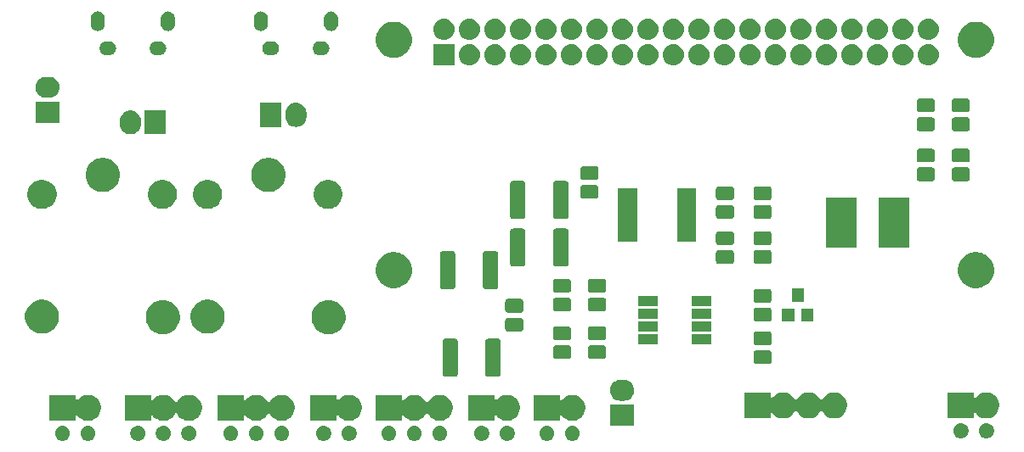
<source format=gbr>
G04 #@! TF.GenerationSoftware,KiCad,Pcbnew,5.0.2-bee76a0~70~ubuntu16.04.1*
G04 #@! TF.CreationDate,2018-12-12T21:45:09+05:30*
G04 #@! TF.ProjectId,sanjaya,73616e6a-6179-4612-9e6b-696361645f70,rev?*
G04 #@! TF.SameCoordinates,Original*
G04 #@! TF.FileFunction,Soldermask,Bot*
G04 #@! TF.FilePolarity,Negative*
%FSLAX46Y46*%
G04 Gerber Fmt 4.6, Leading zero omitted, Abs format (unit mm)*
G04 Created by KiCad (PCBNEW 5.0.2-bee76a0~70~ubuntu16.04.1) date Wed Dec 12 21:45:09 2018*
%MOMM*%
%LPD*%
G01*
G04 APERTURE LIST*
%ADD10C,0.100000*%
G04 APERTURE END LIST*
D10*
G36*
X78896318Y-126554411D02*
X78968767Y-126568822D01*
X79025303Y-126592240D01*
X79105257Y-126625358D01*
X79228100Y-126707439D01*
X79332561Y-126811900D01*
X79414642Y-126934743D01*
X79471178Y-127071234D01*
X79500000Y-127216130D01*
X79500000Y-127363870D01*
X79471178Y-127508766D01*
X79414642Y-127645257D01*
X79332561Y-127768100D01*
X79228100Y-127872561D01*
X79105257Y-127954642D01*
X79025303Y-127987760D01*
X78968767Y-128011178D01*
X78896318Y-128025589D01*
X78823870Y-128040000D01*
X78676130Y-128040000D01*
X78603682Y-128025589D01*
X78531233Y-128011178D01*
X78474697Y-127987760D01*
X78394743Y-127954642D01*
X78271900Y-127872561D01*
X78167439Y-127768100D01*
X78085358Y-127645257D01*
X78028822Y-127508766D01*
X78000000Y-127363870D01*
X78000000Y-127216130D01*
X78028822Y-127071234D01*
X78085358Y-126934743D01*
X78167439Y-126811900D01*
X78271900Y-126707439D01*
X78394743Y-126625358D01*
X78474697Y-126592240D01*
X78531233Y-126568822D01*
X78603682Y-126554411D01*
X78676130Y-126540000D01*
X78823870Y-126540000D01*
X78896318Y-126554411D01*
X78896318Y-126554411D01*
G37*
G36*
X113936318Y-126554411D02*
X114008767Y-126568822D01*
X114065303Y-126592240D01*
X114145257Y-126625358D01*
X114268100Y-126707439D01*
X114372561Y-126811900D01*
X114454642Y-126934743D01*
X114511178Y-127071234D01*
X114540000Y-127216130D01*
X114540000Y-127363870D01*
X114511178Y-127508766D01*
X114454642Y-127645257D01*
X114372561Y-127768100D01*
X114268100Y-127872561D01*
X114145257Y-127954642D01*
X114065303Y-127987760D01*
X114008767Y-128011178D01*
X113936318Y-128025589D01*
X113863870Y-128040000D01*
X113716130Y-128040000D01*
X113643682Y-128025589D01*
X113571233Y-128011178D01*
X113514697Y-127987760D01*
X113434743Y-127954642D01*
X113311900Y-127872561D01*
X113207439Y-127768100D01*
X113125358Y-127645257D01*
X113068822Y-127508766D01*
X113040000Y-127363870D01*
X113040000Y-127216130D01*
X113068822Y-127071234D01*
X113125358Y-126934743D01*
X113207439Y-126811900D01*
X113311900Y-126707439D01*
X113434743Y-126625358D01*
X113514697Y-126592240D01*
X113571233Y-126568822D01*
X113643682Y-126554411D01*
X113716130Y-126540000D01*
X113863870Y-126540000D01*
X113936318Y-126554411D01*
X113936318Y-126554411D01*
G37*
G36*
X95646318Y-126554411D02*
X95718767Y-126568822D01*
X95775303Y-126592240D01*
X95855257Y-126625358D01*
X95978100Y-126707439D01*
X96082561Y-126811900D01*
X96164642Y-126934743D01*
X96221178Y-127071234D01*
X96250000Y-127216130D01*
X96250000Y-127363870D01*
X96221178Y-127508766D01*
X96164642Y-127645257D01*
X96082561Y-127768100D01*
X95978100Y-127872561D01*
X95855257Y-127954642D01*
X95775303Y-127987760D01*
X95718767Y-128011178D01*
X95646318Y-128025589D01*
X95573870Y-128040000D01*
X95426130Y-128040000D01*
X95353682Y-128025589D01*
X95281233Y-128011178D01*
X95224697Y-127987760D01*
X95144743Y-127954642D01*
X95021900Y-127872561D01*
X94917439Y-127768100D01*
X94835358Y-127645257D01*
X94778822Y-127508766D01*
X94750000Y-127363870D01*
X94750000Y-127216130D01*
X94778822Y-127071234D01*
X94835358Y-126934743D01*
X94917439Y-126811900D01*
X95021900Y-126707439D01*
X95144743Y-126625358D01*
X95224697Y-126592240D01*
X95281233Y-126568822D01*
X95353682Y-126554411D01*
X95426130Y-126540000D01*
X95573870Y-126540000D01*
X95646318Y-126554411D01*
X95646318Y-126554411D01*
G37*
G36*
X123186318Y-126554411D02*
X123258767Y-126568822D01*
X123315303Y-126592240D01*
X123395257Y-126625358D01*
X123518100Y-126707439D01*
X123622561Y-126811900D01*
X123704642Y-126934743D01*
X123761178Y-127071234D01*
X123790000Y-127216130D01*
X123790000Y-127363870D01*
X123761178Y-127508766D01*
X123704642Y-127645257D01*
X123622561Y-127768100D01*
X123518100Y-127872561D01*
X123395257Y-127954642D01*
X123315303Y-127987760D01*
X123258767Y-128011178D01*
X123186318Y-128025589D01*
X123113870Y-128040000D01*
X122966130Y-128040000D01*
X122893682Y-128025589D01*
X122821233Y-128011178D01*
X122764697Y-127987760D01*
X122684743Y-127954642D01*
X122561900Y-127872561D01*
X122457439Y-127768100D01*
X122375358Y-127645257D01*
X122318822Y-127508766D01*
X122290000Y-127363870D01*
X122290000Y-127216130D01*
X122318822Y-127071234D01*
X122375358Y-126934743D01*
X122457439Y-126811900D01*
X122561900Y-126707439D01*
X122684743Y-126625358D01*
X122764697Y-126592240D01*
X122821233Y-126568822D01*
X122893682Y-126554411D01*
X122966130Y-126540000D01*
X123113870Y-126540000D01*
X123186318Y-126554411D01*
X123186318Y-126554411D01*
G37*
G36*
X120646318Y-126554411D02*
X120718767Y-126568822D01*
X120775303Y-126592240D01*
X120855257Y-126625358D01*
X120978100Y-126707439D01*
X121082561Y-126811900D01*
X121164642Y-126934743D01*
X121221178Y-127071234D01*
X121250000Y-127216130D01*
X121250000Y-127363870D01*
X121221178Y-127508766D01*
X121164642Y-127645257D01*
X121082561Y-127768100D01*
X120978100Y-127872561D01*
X120855257Y-127954642D01*
X120775303Y-127987760D01*
X120718767Y-128011178D01*
X120646318Y-128025589D01*
X120573870Y-128040000D01*
X120426130Y-128040000D01*
X120353682Y-128025589D01*
X120281233Y-128011178D01*
X120224697Y-127987760D01*
X120144743Y-127954642D01*
X120021900Y-127872561D01*
X119917439Y-127768100D01*
X119835358Y-127645257D01*
X119778822Y-127508766D01*
X119750000Y-127363870D01*
X119750000Y-127216130D01*
X119778822Y-127071234D01*
X119835358Y-126934743D01*
X119917439Y-126811900D01*
X120021900Y-126707439D01*
X120144743Y-126625358D01*
X120224697Y-126592240D01*
X120281233Y-126568822D01*
X120353682Y-126554411D01*
X120426130Y-126540000D01*
X120573870Y-126540000D01*
X120646318Y-126554411D01*
X120646318Y-126554411D01*
G37*
G36*
X107436318Y-126554411D02*
X107508767Y-126568822D01*
X107565303Y-126592240D01*
X107645257Y-126625358D01*
X107768100Y-126707439D01*
X107872561Y-126811900D01*
X107954642Y-126934743D01*
X108011178Y-127071234D01*
X108040000Y-127216130D01*
X108040000Y-127363870D01*
X108011178Y-127508766D01*
X107954642Y-127645257D01*
X107872561Y-127768100D01*
X107768100Y-127872561D01*
X107645257Y-127954642D01*
X107565303Y-127987760D01*
X107508767Y-128011178D01*
X107436318Y-128025589D01*
X107363870Y-128040000D01*
X107216130Y-128040000D01*
X107143682Y-128025589D01*
X107071233Y-128011178D01*
X107014697Y-127987760D01*
X106934743Y-127954642D01*
X106811900Y-127872561D01*
X106707439Y-127768100D01*
X106625358Y-127645257D01*
X106568822Y-127508766D01*
X106540000Y-127363870D01*
X106540000Y-127216130D01*
X106568822Y-127071234D01*
X106625358Y-126934743D01*
X106707439Y-126811900D01*
X106811900Y-126707439D01*
X106934743Y-126625358D01*
X107014697Y-126592240D01*
X107071233Y-126568822D01*
X107143682Y-126554411D01*
X107216130Y-126540000D01*
X107363870Y-126540000D01*
X107436318Y-126554411D01*
X107436318Y-126554411D01*
G37*
G36*
X104896318Y-126554411D02*
X104968767Y-126568822D01*
X105025303Y-126592240D01*
X105105257Y-126625358D01*
X105228100Y-126707439D01*
X105332561Y-126811900D01*
X105414642Y-126934743D01*
X105471178Y-127071234D01*
X105500000Y-127216130D01*
X105500000Y-127363870D01*
X105471178Y-127508766D01*
X105414642Y-127645257D01*
X105332561Y-127768100D01*
X105228100Y-127872561D01*
X105105257Y-127954642D01*
X105025303Y-127987760D01*
X104968767Y-128011178D01*
X104896318Y-128025589D01*
X104823870Y-128040000D01*
X104676130Y-128040000D01*
X104603682Y-128025589D01*
X104531233Y-128011178D01*
X104474697Y-127987760D01*
X104394743Y-127954642D01*
X104271900Y-127872561D01*
X104167439Y-127768100D01*
X104085358Y-127645257D01*
X104028822Y-127508766D01*
X104000000Y-127363870D01*
X104000000Y-127216130D01*
X104028822Y-127071234D01*
X104085358Y-126934743D01*
X104167439Y-126811900D01*
X104271900Y-126707439D01*
X104394743Y-126625358D01*
X104474697Y-126592240D01*
X104531233Y-126568822D01*
X104603682Y-126554411D01*
X104676130Y-126540000D01*
X104823870Y-126540000D01*
X104896318Y-126554411D01*
X104896318Y-126554411D01*
G37*
G36*
X111396318Y-126554411D02*
X111468767Y-126568822D01*
X111525303Y-126592240D01*
X111605257Y-126625358D01*
X111728100Y-126707439D01*
X111832561Y-126811900D01*
X111914642Y-126934743D01*
X111971178Y-127071234D01*
X112000000Y-127216130D01*
X112000000Y-127363870D01*
X111971178Y-127508766D01*
X111914642Y-127645257D01*
X111832561Y-127768100D01*
X111728100Y-127872561D01*
X111605257Y-127954642D01*
X111525303Y-127987760D01*
X111468767Y-128011178D01*
X111396318Y-128025589D01*
X111323870Y-128040000D01*
X111176130Y-128040000D01*
X111103682Y-128025589D01*
X111031233Y-128011178D01*
X110974697Y-127987760D01*
X110894743Y-127954642D01*
X110771900Y-127872561D01*
X110667439Y-127768100D01*
X110585358Y-127645257D01*
X110528822Y-127508766D01*
X110500000Y-127363870D01*
X110500000Y-127216130D01*
X110528822Y-127071234D01*
X110585358Y-126934743D01*
X110667439Y-126811900D01*
X110771900Y-126707439D01*
X110894743Y-126625358D01*
X110974697Y-126592240D01*
X111031233Y-126568822D01*
X111103682Y-126554411D01*
X111176130Y-126540000D01*
X111323870Y-126540000D01*
X111396318Y-126554411D01*
X111396318Y-126554411D01*
G37*
G36*
X127146318Y-126554411D02*
X127218767Y-126568822D01*
X127275303Y-126592240D01*
X127355257Y-126625358D01*
X127478100Y-126707439D01*
X127582561Y-126811900D01*
X127664642Y-126934743D01*
X127721178Y-127071234D01*
X127750000Y-127216130D01*
X127750000Y-127363870D01*
X127721178Y-127508766D01*
X127664642Y-127645257D01*
X127582561Y-127768100D01*
X127478100Y-127872561D01*
X127355257Y-127954642D01*
X127275303Y-127987760D01*
X127218767Y-128011178D01*
X127146318Y-128025589D01*
X127073870Y-128040000D01*
X126926130Y-128040000D01*
X126853682Y-128025589D01*
X126781233Y-128011178D01*
X126724697Y-127987760D01*
X126644743Y-127954642D01*
X126521900Y-127872561D01*
X126417439Y-127768100D01*
X126335358Y-127645257D01*
X126278822Y-127508766D01*
X126250000Y-127363870D01*
X126250000Y-127216130D01*
X126278822Y-127071234D01*
X126335358Y-126934743D01*
X126417439Y-126811900D01*
X126521900Y-126707439D01*
X126644743Y-126625358D01*
X126724697Y-126592240D01*
X126781233Y-126568822D01*
X126853682Y-126554411D01*
X126926130Y-126540000D01*
X127073870Y-126540000D01*
X127146318Y-126554411D01*
X127146318Y-126554411D01*
G37*
G36*
X129686318Y-126554411D02*
X129758767Y-126568822D01*
X129815303Y-126592240D01*
X129895257Y-126625358D01*
X130018100Y-126707439D01*
X130122561Y-126811900D01*
X130204642Y-126934743D01*
X130261178Y-127071234D01*
X130290000Y-127216130D01*
X130290000Y-127363870D01*
X130261178Y-127508766D01*
X130204642Y-127645257D01*
X130122561Y-127768100D01*
X130018100Y-127872561D01*
X129895257Y-127954642D01*
X129815303Y-127987760D01*
X129758767Y-128011178D01*
X129686318Y-128025589D01*
X129613870Y-128040000D01*
X129466130Y-128040000D01*
X129393682Y-128025589D01*
X129321233Y-128011178D01*
X129264697Y-127987760D01*
X129184743Y-127954642D01*
X129061900Y-127872561D01*
X128957439Y-127768100D01*
X128875358Y-127645257D01*
X128818822Y-127508766D01*
X128790000Y-127363870D01*
X128790000Y-127216130D01*
X128818822Y-127071234D01*
X128875358Y-126934743D01*
X128957439Y-126811900D01*
X129061900Y-126707439D01*
X129184743Y-126625358D01*
X129264697Y-126592240D01*
X129321233Y-126568822D01*
X129393682Y-126554411D01*
X129466130Y-126540000D01*
X129613870Y-126540000D01*
X129686318Y-126554411D01*
X129686318Y-126554411D01*
G37*
G36*
X116476318Y-126554411D02*
X116548767Y-126568822D01*
X116605303Y-126592240D01*
X116685257Y-126625358D01*
X116808100Y-126707439D01*
X116912561Y-126811900D01*
X116994642Y-126934743D01*
X117051178Y-127071234D01*
X117080000Y-127216130D01*
X117080000Y-127363870D01*
X117051178Y-127508766D01*
X116994642Y-127645257D01*
X116912561Y-127768100D01*
X116808100Y-127872561D01*
X116685257Y-127954642D01*
X116605303Y-127987760D01*
X116548767Y-128011178D01*
X116476318Y-128025589D01*
X116403870Y-128040000D01*
X116256130Y-128040000D01*
X116183682Y-128025589D01*
X116111233Y-128011178D01*
X116054697Y-127987760D01*
X115974743Y-127954642D01*
X115851900Y-127872561D01*
X115747439Y-127768100D01*
X115665358Y-127645257D01*
X115608822Y-127508766D01*
X115580000Y-127363870D01*
X115580000Y-127216130D01*
X115608822Y-127071234D01*
X115665358Y-126934743D01*
X115747439Y-126811900D01*
X115851900Y-126707439D01*
X115974743Y-126625358D01*
X116054697Y-126592240D01*
X116111233Y-126568822D01*
X116183682Y-126554411D01*
X116256130Y-126540000D01*
X116403870Y-126540000D01*
X116476318Y-126554411D01*
X116476318Y-126554411D01*
G37*
G36*
X81436318Y-126554411D02*
X81508767Y-126568822D01*
X81565303Y-126592240D01*
X81645257Y-126625358D01*
X81768100Y-126707439D01*
X81872561Y-126811900D01*
X81954642Y-126934743D01*
X82011178Y-127071234D01*
X82040000Y-127216130D01*
X82040000Y-127363870D01*
X82011178Y-127508766D01*
X81954642Y-127645257D01*
X81872561Y-127768100D01*
X81768100Y-127872561D01*
X81645257Y-127954642D01*
X81565303Y-127987760D01*
X81508767Y-128011178D01*
X81436318Y-128025589D01*
X81363870Y-128040000D01*
X81216130Y-128040000D01*
X81143682Y-128025589D01*
X81071233Y-128011178D01*
X81014697Y-127987760D01*
X80934743Y-127954642D01*
X80811900Y-127872561D01*
X80707439Y-127768100D01*
X80625358Y-127645257D01*
X80568822Y-127508766D01*
X80540000Y-127363870D01*
X80540000Y-127216130D01*
X80568822Y-127071234D01*
X80625358Y-126934743D01*
X80707439Y-126811900D01*
X80811900Y-126707439D01*
X80934743Y-126625358D01*
X81014697Y-126592240D01*
X81071233Y-126568822D01*
X81143682Y-126554411D01*
X81216130Y-126540000D01*
X81363870Y-126540000D01*
X81436318Y-126554411D01*
X81436318Y-126554411D01*
G37*
G36*
X86396318Y-126554411D02*
X86468767Y-126568822D01*
X86525303Y-126592240D01*
X86605257Y-126625358D01*
X86728100Y-126707439D01*
X86832561Y-126811900D01*
X86914642Y-126934743D01*
X86971178Y-127071234D01*
X87000000Y-127216130D01*
X87000000Y-127363870D01*
X86971178Y-127508766D01*
X86914642Y-127645257D01*
X86832561Y-127768100D01*
X86728100Y-127872561D01*
X86605257Y-127954642D01*
X86525303Y-127987760D01*
X86468767Y-128011178D01*
X86396318Y-128025589D01*
X86323870Y-128040000D01*
X86176130Y-128040000D01*
X86103682Y-128025589D01*
X86031233Y-128011178D01*
X85974697Y-127987760D01*
X85894743Y-127954642D01*
X85771900Y-127872561D01*
X85667439Y-127768100D01*
X85585358Y-127645257D01*
X85528822Y-127508766D01*
X85500000Y-127363870D01*
X85500000Y-127216130D01*
X85528822Y-127071234D01*
X85585358Y-126934743D01*
X85667439Y-126811900D01*
X85771900Y-126707439D01*
X85894743Y-126625358D01*
X85974697Y-126592240D01*
X86031233Y-126568822D01*
X86103682Y-126554411D01*
X86176130Y-126540000D01*
X86323870Y-126540000D01*
X86396318Y-126554411D01*
X86396318Y-126554411D01*
G37*
G36*
X88936318Y-126554411D02*
X89008767Y-126568822D01*
X89065303Y-126592240D01*
X89145257Y-126625358D01*
X89268100Y-126707439D01*
X89372561Y-126811900D01*
X89454642Y-126934743D01*
X89511178Y-127071234D01*
X89540000Y-127216130D01*
X89540000Y-127363870D01*
X89511178Y-127508766D01*
X89454642Y-127645257D01*
X89372561Y-127768100D01*
X89268100Y-127872561D01*
X89145257Y-127954642D01*
X89065303Y-127987760D01*
X89008767Y-128011178D01*
X88936318Y-128025589D01*
X88863870Y-128040000D01*
X88716130Y-128040000D01*
X88643682Y-128025589D01*
X88571233Y-128011178D01*
X88514697Y-127987760D01*
X88434743Y-127954642D01*
X88311900Y-127872561D01*
X88207439Y-127768100D01*
X88125358Y-127645257D01*
X88068822Y-127508766D01*
X88040000Y-127363870D01*
X88040000Y-127216130D01*
X88068822Y-127071234D01*
X88125358Y-126934743D01*
X88207439Y-126811900D01*
X88311900Y-126707439D01*
X88434743Y-126625358D01*
X88514697Y-126592240D01*
X88571233Y-126568822D01*
X88643682Y-126554411D01*
X88716130Y-126540000D01*
X88863870Y-126540000D01*
X88936318Y-126554411D01*
X88936318Y-126554411D01*
G37*
G36*
X91476318Y-126554411D02*
X91548767Y-126568822D01*
X91605303Y-126592240D01*
X91685257Y-126625358D01*
X91808100Y-126707439D01*
X91912561Y-126811900D01*
X91994642Y-126934743D01*
X92051178Y-127071234D01*
X92080000Y-127216130D01*
X92080000Y-127363870D01*
X92051178Y-127508766D01*
X91994642Y-127645257D01*
X91912561Y-127768100D01*
X91808100Y-127872561D01*
X91685257Y-127954642D01*
X91605303Y-127987760D01*
X91548767Y-128011178D01*
X91476318Y-128025589D01*
X91403870Y-128040000D01*
X91256130Y-128040000D01*
X91183682Y-128025589D01*
X91111233Y-128011178D01*
X91054697Y-127987760D01*
X90974743Y-127954642D01*
X90851900Y-127872561D01*
X90747439Y-127768100D01*
X90665358Y-127645257D01*
X90608822Y-127508766D01*
X90580000Y-127363870D01*
X90580000Y-127216130D01*
X90608822Y-127071234D01*
X90665358Y-126934743D01*
X90747439Y-126811900D01*
X90851900Y-126707439D01*
X90974743Y-126625358D01*
X91054697Y-126592240D01*
X91111233Y-126568822D01*
X91183682Y-126554411D01*
X91256130Y-126540000D01*
X91403870Y-126540000D01*
X91476318Y-126554411D01*
X91476318Y-126554411D01*
G37*
G36*
X100726318Y-126554411D02*
X100798767Y-126568822D01*
X100855303Y-126592240D01*
X100935257Y-126625358D01*
X101058100Y-126707439D01*
X101162561Y-126811900D01*
X101244642Y-126934743D01*
X101301178Y-127071234D01*
X101330000Y-127216130D01*
X101330000Y-127363870D01*
X101301178Y-127508766D01*
X101244642Y-127645257D01*
X101162561Y-127768100D01*
X101058100Y-127872561D01*
X100935257Y-127954642D01*
X100855303Y-127987760D01*
X100798767Y-128011178D01*
X100726318Y-128025589D01*
X100653870Y-128040000D01*
X100506130Y-128040000D01*
X100433682Y-128025589D01*
X100361233Y-128011178D01*
X100304697Y-127987760D01*
X100224743Y-127954642D01*
X100101900Y-127872561D01*
X99997439Y-127768100D01*
X99915358Y-127645257D01*
X99858822Y-127508766D01*
X99830000Y-127363870D01*
X99830000Y-127216130D01*
X99858822Y-127071234D01*
X99915358Y-126934743D01*
X99997439Y-126811900D01*
X100101900Y-126707439D01*
X100224743Y-126625358D01*
X100304697Y-126592240D01*
X100361233Y-126568822D01*
X100433682Y-126554411D01*
X100506130Y-126540000D01*
X100653870Y-126540000D01*
X100726318Y-126554411D01*
X100726318Y-126554411D01*
G37*
G36*
X98186318Y-126554411D02*
X98258767Y-126568822D01*
X98315303Y-126592240D01*
X98395257Y-126625358D01*
X98518100Y-126707439D01*
X98622561Y-126811900D01*
X98704642Y-126934743D01*
X98761178Y-127071234D01*
X98790000Y-127216130D01*
X98790000Y-127363870D01*
X98761178Y-127508766D01*
X98704642Y-127645257D01*
X98622561Y-127768100D01*
X98518100Y-127872561D01*
X98395257Y-127954642D01*
X98315303Y-127987760D01*
X98258767Y-128011178D01*
X98186318Y-128025589D01*
X98113870Y-128040000D01*
X97966130Y-128040000D01*
X97893682Y-128025589D01*
X97821233Y-128011178D01*
X97764697Y-127987760D01*
X97684743Y-127954642D01*
X97561900Y-127872561D01*
X97457439Y-127768100D01*
X97375358Y-127645257D01*
X97318822Y-127508766D01*
X97290000Y-127363870D01*
X97290000Y-127216130D01*
X97318822Y-127071234D01*
X97375358Y-126934743D01*
X97457439Y-126811900D01*
X97561900Y-126707439D01*
X97684743Y-126625358D01*
X97764697Y-126592240D01*
X97821233Y-126568822D01*
X97893682Y-126554411D01*
X97966130Y-126540000D01*
X98113870Y-126540000D01*
X98186318Y-126554411D01*
X98186318Y-126554411D01*
G37*
G36*
X168396318Y-126304411D02*
X168468767Y-126318822D01*
X168525303Y-126342240D01*
X168605257Y-126375358D01*
X168728100Y-126457439D01*
X168832561Y-126561900D01*
X168914642Y-126684743D01*
X168971178Y-126821234D01*
X169000000Y-126966130D01*
X169000000Y-127113870D01*
X168971178Y-127258766D01*
X168914642Y-127395257D01*
X168832561Y-127518100D01*
X168728100Y-127622561D01*
X168605257Y-127704642D01*
X168525303Y-127737760D01*
X168468767Y-127761178D01*
X168396318Y-127775589D01*
X168323870Y-127790000D01*
X168176130Y-127790000D01*
X168103682Y-127775589D01*
X168031233Y-127761178D01*
X167974697Y-127737760D01*
X167894743Y-127704642D01*
X167771900Y-127622561D01*
X167667439Y-127518100D01*
X167585358Y-127395257D01*
X167528822Y-127258766D01*
X167500000Y-127113870D01*
X167500000Y-126966130D01*
X167528822Y-126821234D01*
X167585358Y-126684743D01*
X167667439Y-126561900D01*
X167771900Y-126457439D01*
X167894743Y-126375358D01*
X167974697Y-126342240D01*
X168031233Y-126318822D01*
X168103682Y-126304411D01*
X168176130Y-126290000D01*
X168323870Y-126290000D01*
X168396318Y-126304411D01*
X168396318Y-126304411D01*
G37*
G36*
X170936318Y-126304411D02*
X171008767Y-126318822D01*
X171065303Y-126342240D01*
X171145257Y-126375358D01*
X171268100Y-126457439D01*
X171372561Y-126561900D01*
X171454642Y-126684743D01*
X171511178Y-126821234D01*
X171540000Y-126966130D01*
X171540000Y-127113870D01*
X171511178Y-127258766D01*
X171454642Y-127395257D01*
X171372561Y-127518100D01*
X171268100Y-127622561D01*
X171145257Y-127704642D01*
X171065303Y-127737760D01*
X171008767Y-127761178D01*
X170936318Y-127775589D01*
X170863870Y-127790000D01*
X170716130Y-127790000D01*
X170643682Y-127775589D01*
X170571233Y-127761178D01*
X170514697Y-127737760D01*
X170434743Y-127704642D01*
X170311900Y-127622561D01*
X170207439Y-127518100D01*
X170125358Y-127395257D01*
X170068822Y-127258766D01*
X170040000Y-127113870D01*
X170040000Y-126966130D01*
X170068822Y-126821234D01*
X170125358Y-126684743D01*
X170207439Y-126561900D01*
X170311900Y-126457439D01*
X170434743Y-126375358D01*
X170514697Y-126342240D01*
X170571233Y-126318822D01*
X170643682Y-126304411D01*
X170716130Y-126290000D01*
X170863870Y-126290000D01*
X170936318Y-126304411D01*
X170936318Y-126304411D01*
G37*
G36*
X135700000Y-126550000D02*
X133300000Y-126550000D01*
X133300000Y-124450000D01*
X135700000Y-124450000D01*
X135700000Y-126550000D01*
X135700000Y-126550000D01*
G37*
G36*
X121800000Y-123853782D02*
X121802402Y-123878168D01*
X121809515Y-123901617D01*
X121821066Y-123923228D01*
X121836612Y-123942170D01*
X121855554Y-123957716D01*
X121877165Y-123969267D01*
X121900614Y-123976380D01*
X121925000Y-123978782D01*
X121949386Y-123976380D01*
X121972835Y-123969267D01*
X121994446Y-123957716D01*
X122013388Y-123942170D01*
X122028933Y-123923230D01*
X122030226Y-123921295D01*
X122211295Y-123740226D01*
X122424220Y-123597954D01*
X122660804Y-123499958D01*
X122911960Y-123450000D01*
X123168040Y-123450000D01*
X123419196Y-123499958D01*
X123655780Y-123597954D01*
X123868705Y-123740226D01*
X124049774Y-123921295D01*
X124192046Y-124134220D01*
X124290042Y-124370804D01*
X124340000Y-124621960D01*
X124340000Y-124878040D01*
X124290042Y-125129196D01*
X124192046Y-125365780D01*
X124049774Y-125578705D01*
X123868705Y-125759774D01*
X123655780Y-125902046D01*
X123419196Y-126000042D01*
X123168040Y-126050000D01*
X122911960Y-126050000D01*
X122660804Y-126000042D01*
X122424220Y-125902046D01*
X122211295Y-125759774D01*
X122030226Y-125578705D01*
X122028933Y-125576770D01*
X122013387Y-125557828D01*
X121994445Y-125542283D01*
X121972834Y-125530732D01*
X121949384Y-125523619D01*
X121924998Y-125521218D01*
X121900612Y-125523620D01*
X121877163Y-125530734D01*
X121855552Y-125542285D01*
X121836610Y-125557831D01*
X121821065Y-125576773D01*
X121809514Y-125598384D01*
X121802401Y-125621834D01*
X121800000Y-125646218D01*
X121800000Y-126050000D01*
X119200000Y-126050000D01*
X119200000Y-123450000D01*
X121800000Y-123450000D01*
X121800000Y-123853782D01*
X121800000Y-123853782D01*
G37*
G36*
X96800000Y-123853782D02*
X96802402Y-123878168D01*
X96809515Y-123901617D01*
X96821066Y-123923228D01*
X96836612Y-123942170D01*
X96855554Y-123957716D01*
X96877165Y-123969267D01*
X96900614Y-123976380D01*
X96925000Y-123978782D01*
X96949386Y-123976380D01*
X96972835Y-123969267D01*
X96994446Y-123957716D01*
X97013388Y-123942170D01*
X97028933Y-123923230D01*
X97030226Y-123921295D01*
X97211295Y-123740226D01*
X97424220Y-123597954D01*
X97660804Y-123499958D01*
X97911960Y-123450000D01*
X98168040Y-123450000D01*
X98419196Y-123499958D01*
X98655780Y-123597954D01*
X98868705Y-123740226D01*
X99049774Y-123921295D01*
X99192047Y-124134221D01*
X99194515Y-124140180D01*
X99206066Y-124161791D01*
X99221611Y-124180733D01*
X99240553Y-124196279D01*
X99262163Y-124207830D01*
X99285612Y-124214944D01*
X99309999Y-124217346D01*
X99334385Y-124214944D01*
X99357834Y-124207831D01*
X99379445Y-124196280D01*
X99398387Y-124180735D01*
X99413933Y-124161793D01*
X99425485Y-124140180D01*
X99427953Y-124134221D01*
X99570226Y-123921295D01*
X99751295Y-123740226D01*
X99964220Y-123597954D01*
X100200804Y-123499958D01*
X100451960Y-123450000D01*
X100708040Y-123450000D01*
X100959196Y-123499958D01*
X101195780Y-123597954D01*
X101408705Y-123740226D01*
X101589774Y-123921295D01*
X101732046Y-124134220D01*
X101830042Y-124370804D01*
X101880000Y-124621960D01*
X101880000Y-124878040D01*
X101830042Y-125129196D01*
X101732046Y-125365780D01*
X101589774Y-125578705D01*
X101408705Y-125759774D01*
X101195780Y-125902046D01*
X100959196Y-126000042D01*
X100708040Y-126050000D01*
X100451960Y-126050000D01*
X100200804Y-126000042D01*
X99964220Y-125902046D01*
X99751295Y-125759774D01*
X99570226Y-125578705D01*
X99427953Y-125365779D01*
X99425485Y-125359820D01*
X99413934Y-125338209D01*
X99398389Y-125319267D01*
X99379447Y-125303721D01*
X99357837Y-125292170D01*
X99334388Y-125285056D01*
X99310001Y-125282654D01*
X99285615Y-125285056D01*
X99262166Y-125292169D01*
X99240555Y-125303720D01*
X99221613Y-125319265D01*
X99206067Y-125338207D01*
X99194515Y-125359820D01*
X99192047Y-125365779D01*
X99049774Y-125578705D01*
X98868705Y-125759774D01*
X98655780Y-125902046D01*
X98419196Y-126000042D01*
X98168040Y-126050000D01*
X97911960Y-126050000D01*
X97660804Y-126000042D01*
X97424220Y-125902046D01*
X97211295Y-125759774D01*
X97030226Y-125578705D01*
X97028933Y-125576770D01*
X97013387Y-125557828D01*
X96994445Y-125542283D01*
X96972834Y-125530732D01*
X96949384Y-125523619D01*
X96924998Y-125521218D01*
X96900612Y-125523620D01*
X96877163Y-125530734D01*
X96855552Y-125542285D01*
X96836610Y-125557831D01*
X96821065Y-125576773D01*
X96809514Y-125598384D01*
X96802401Y-125621834D01*
X96800000Y-125646218D01*
X96800000Y-126050000D01*
X94200000Y-126050000D01*
X94200000Y-123450000D01*
X96800000Y-123450000D01*
X96800000Y-123853782D01*
X96800000Y-123853782D01*
G37*
G36*
X112550000Y-123853782D02*
X112552402Y-123878168D01*
X112559515Y-123901617D01*
X112571066Y-123923228D01*
X112586612Y-123942170D01*
X112605554Y-123957716D01*
X112627165Y-123969267D01*
X112650614Y-123976380D01*
X112675000Y-123978782D01*
X112699386Y-123976380D01*
X112722835Y-123969267D01*
X112744446Y-123957716D01*
X112763388Y-123942170D01*
X112778933Y-123923230D01*
X112780226Y-123921295D01*
X112961295Y-123740226D01*
X113174220Y-123597954D01*
X113410804Y-123499958D01*
X113661960Y-123450000D01*
X113918040Y-123450000D01*
X114169196Y-123499958D01*
X114405780Y-123597954D01*
X114618705Y-123740226D01*
X114799774Y-123921295D01*
X114942047Y-124134221D01*
X114944515Y-124140180D01*
X114956066Y-124161791D01*
X114971611Y-124180733D01*
X114990553Y-124196279D01*
X115012163Y-124207830D01*
X115035612Y-124214944D01*
X115059999Y-124217346D01*
X115084385Y-124214944D01*
X115107834Y-124207831D01*
X115129445Y-124196280D01*
X115148387Y-124180735D01*
X115163933Y-124161793D01*
X115175485Y-124140180D01*
X115177953Y-124134221D01*
X115320226Y-123921295D01*
X115501295Y-123740226D01*
X115714220Y-123597954D01*
X115950804Y-123499958D01*
X116201960Y-123450000D01*
X116458040Y-123450000D01*
X116709196Y-123499958D01*
X116945780Y-123597954D01*
X117158705Y-123740226D01*
X117339774Y-123921295D01*
X117482046Y-124134220D01*
X117580042Y-124370804D01*
X117630000Y-124621960D01*
X117630000Y-124878040D01*
X117580042Y-125129196D01*
X117482046Y-125365780D01*
X117339774Y-125578705D01*
X117158705Y-125759774D01*
X116945780Y-125902046D01*
X116709196Y-126000042D01*
X116458040Y-126050000D01*
X116201960Y-126050000D01*
X115950804Y-126000042D01*
X115714220Y-125902046D01*
X115501295Y-125759774D01*
X115320226Y-125578705D01*
X115177953Y-125365779D01*
X115175485Y-125359820D01*
X115163934Y-125338209D01*
X115148389Y-125319267D01*
X115129447Y-125303721D01*
X115107837Y-125292170D01*
X115084388Y-125285056D01*
X115060001Y-125282654D01*
X115035615Y-125285056D01*
X115012166Y-125292169D01*
X114990555Y-125303720D01*
X114971613Y-125319265D01*
X114956067Y-125338207D01*
X114944515Y-125359820D01*
X114942047Y-125365779D01*
X114799774Y-125578705D01*
X114618705Y-125759774D01*
X114405780Y-125902046D01*
X114169196Y-126000042D01*
X113918040Y-126050000D01*
X113661960Y-126050000D01*
X113410804Y-126000042D01*
X113174220Y-125902046D01*
X112961295Y-125759774D01*
X112780226Y-125578705D01*
X112778933Y-125576770D01*
X112763387Y-125557828D01*
X112744445Y-125542283D01*
X112722834Y-125530732D01*
X112699384Y-125523619D01*
X112674998Y-125521218D01*
X112650612Y-125523620D01*
X112627163Y-125530734D01*
X112605552Y-125542285D01*
X112586610Y-125557831D01*
X112571065Y-125576773D01*
X112559514Y-125598384D01*
X112552401Y-125621834D01*
X112550000Y-125646218D01*
X112550000Y-126050000D01*
X109950000Y-126050000D01*
X109950000Y-123450000D01*
X112550000Y-123450000D01*
X112550000Y-123853782D01*
X112550000Y-123853782D01*
G37*
G36*
X80050000Y-123853782D02*
X80052402Y-123878168D01*
X80059515Y-123901617D01*
X80071066Y-123923228D01*
X80086612Y-123942170D01*
X80105554Y-123957716D01*
X80127165Y-123969267D01*
X80150614Y-123976380D01*
X80175000Y-123978782D01*
X80199386Y-123976380D01*
X80222835Y-123969267D01*
X80244446Y-123957716D01*
X80263388Y-123942170D01*
X80278933Y-123923230D01*
X80280226Y-123921295D01*
X80461295Y-123740226D01*
X80674220Y-123597954D01*
X80910804Y-123499958D01*
X81161960Y-123450000D01*
X81418040Y-123450000D01*
X81669196Y-123499958D01*
X81905780Y-123597954D01*
X82118705Y-123740226D01*
X82299774Y-123921295D01*
X82442046Y-124134220D01*
X82540042Y-124370804D01*
X82590000Y-124621960D01*
X82590000Y-124878040D01*
X82540042Y-125129196D01*
X82442046Y-125365780D01*
X82299774Y-125578705D01*
X82118705Y-125759774D01*
X81905780Y-125902046D01*
X81669196Y-126000042D01*
X81418040Y-126050000D01*
X81161960Y-126050000D01*
X80910804Y-126000042D01*
X80674220Y-125902046D01*
X80461295Y-125759774D01*
X80280226Y-125578705D01*
X80278933Y-125576770D01*
X80263387Y-125557828D01*
X80244445Y-125542283D01*
X80222834Y-125530732D01*
X80199384Y-125523619D01*
X80174998Y-125521218D01*
X80150612Y-125523620D01*
X80127163Y-125530734D01*
X80105552Y-125542285D01*
X80086610Y-125557831D01*
X80071065Y-125576773D01*
X80059514Y-125598384D01*
X80052401Y-125621834D01*
X80050000Y-125646218D01*
X80050000Y-126050000D01*
X77450000Y-126050000D01*
X77450000Y-123450000D01*
X80050000Y-123450000D01*
X80050000Y-123853782D01*
X80050000Y-123853782D01*
G37*
G36*
X128300000Y-123853782D02*
X128302402Y-123878168D01*
X128309515Y-123901617D01*
X128321066Y-123923228D01*
X128336612Y-123942170D01*
X128355554Y-123957716D01*
X128377165Y-123969267D01*
X128400614Y-123976380D01*
X128425000Y-123978782D01*
X128449386Y-123976380D01*
X128472835Y-123969267D01*
X128494446Y-123957716D01*
X128513388Y-123942170D01*
X128528933Y-123923230D01*
X128530226Y-123921295D01*
X128711295Y-123740226D01*
X128924220Y-123597954D01*
X129160804Y-123499958D01*
X129411960Y-123450000D01*
X129668040Y-123450000D01*
X129919196Y-123499958D01*
X130155780Y-123597954D01*
X130368705Y-123740226D01*
X130549774Y-123921295D01*
X130692046Y-124134220D01*
X130790042Y-124370804D01*
X130840000Y-124621960D01*
X130840000Y-124878040D01*
X130790042Y-125129196D01*
X130692046Y-125365780D01*
X130549774Y-125578705D01*
X130368705Y-125759774D01*
X130155780Y-125902046D01*
X129919196Y-126000042D01*
X129668040Y-126050000D01*
X129411960Y-126050000D01*
X129160804Y-126000042D01*
X128924220Y-125902046D01*
X128711295Y-125759774D01*
X128530226Y-125578705D01*
X128528933Y-125576770D01*
X128513387Y-125557828D01*
X128494445Y-125542283D01*
X128472834Y-125530732D01*
X128449384Y-125523619D01*
X128424998Y-125521218D01*
X128400612Y-125523620D01*
X128377163Y-125530734D01*
X128355552Y-125542285D01*
X128336610Y-125557831D01*
X128321065Y-125576773D01*
X128309514Y-125598384D01*
X128302401Y-125621834D01*
X128300000Y-125646218D01*
X128300000Y-126050000D01*
X125700000Y-126050000D01*
X125700000Y-123450000D01*
X128300000Y-123450000D01*
X128300000Y-123853782D01*
X128300000Y-123853782D01*
G37*
G36*
X106050000Y-123853782D02*
X106052402Y-123878168D01*
X106059515Y-123901617D01*
X106071066Y-123923228D01*
X106086612Y-123942170D01*
X106105554Y-123957716D01*
X106127165Y-123969267D01*
X106150614Y-123976380D01*
X106175000Y-123978782D01*
X106199386Y-123976380D01*
X106222835Y-123969267D01*
X106244446Y-123957716D01*
X106263388Y-123942170D01*
X106278933Y-123923230D01*
X106280226Y-123921295D01*
X106461295Y-123740226D01*
X106674220Y-123597954D01*
X106910804Y-123499958D01*
X107161960Y-123450000D01*
X107418040Y-123450000D01*
X107669196Y-123499958D01*
X107905780Y-123597954D01*
X108118705Y-123740226D01*
X108299774Y-123921295D01*
X108442046Y-124134220D01*
X108540042Y-124370804D01*
X108590000Y-124621960D01*
X108590000Y-124878040D01*
X108540042Y-125129196D01*
X108442046Y-125365780D01*
X108299774Y-125578705D01*
X108118705Y-125759774D01*
X107905780Y-125902046D01*
X107669196Y-126000042D01*
X107418040Y-126050000D01*
X107161960Y-126050000D01*
X106910804Y-126000042D01*
X106674220Y-125902046D01*
X106461295Y-125759774D01*
X106280226Y-125578705D01*
X106278933Y-125576770D01*
X106263387Y-125557828D01*
X106244445Y-125542283D01*
X106222834Y-125530732D01*
X106199384Y-125523619D01*
X106174998Y-125521218D01*
X106150612Y-125523620D01*
X106127163Y-125530734D01*
X106105552Y-125542285D01*
X106086610Y-125557831D01*
X106071065Y-125576773D01*
X106059514Y-125598384D01*
X106052401Y-125621834D01*
X106050000Y-125646218D01*
X106050000Y-126050000D01*
X103450000Y-126050000D01*
X103450000Y-123450000D01*
X106050000Y-123450000D01*
X106050000Y-123853782D01*
X106050000Y-123853782D01*
G37*
G36*
X87550000Y-123853782D02*
X87552402Y-123878168D01*
X87559515Y-123901617D01*
X87571066Y-123923228D01*
X87586612Y-123942170D01*
X87605554Y-123957716D01*
X87627165Y-123969267D01*
X87650614Y-123976380D01*
X87675000Y-123978782D01*
X87699386Y-123976380D01*
X87722835Y-123969267D01*
X87744446Y-123957716D01*
X87763388Y-123942170D01*
X87778933Y-123923230D01*
X87780226Y-123921295D01*
X87961295Y-123740226D01*
X88174220Y-123597954D01*
X88410804Y-123499958D01*
X88661960Y-123450000D01*
X88918040Y-123450000D01*
X89169196Y-123499958D01*
X89405780Y-123597954D01*
X89618705Y-123740226D01*
X89799774Y-123921295D01*
X89942047Y-124134221D01*
X89944515Y-124140180D01*
X89956066Y-124161791D01*
X89971611Y-124180733D01*
X89990553Y-124196279D01*
X90012163Y-124207830D01*
X90035612Y-124214944D01*
X90059999Y-124217346D01*
X90084385Y-124214944D01*
X90107834Y-124207831D01*
X90129445Y-124196280D01*
X90148387Y-124180735D01*
X90163933Y-124161793D01*
X90175485Y-124140180D01*
X90177953Y-124134221D01*
X90320226Y-123921295D01*
X90501295Y-123740226D01*
X90714220Y-123597954D01*
X90950804Y-123499958D01*
X91201960Y-123450000D01*
X91458040Y-123450000D01*
X91709196Y-123499958D01*
X91945780Y-123597954D01*
X92158705Y-123740226D01*
X92339774Y-123921295D01*
X92482046Y-124134220D01*
X92580042Y-124370804D01*
X92630000Y-124621960D01*
X92630000Y-124878040D01*
X92580042Y-125129196D01*
X92482046Y-125365780D01*
X92339774Y-125578705D01*
X92158705Y-125759774D01*
X91945780Y-125902046D01*
X91709196Y-126000042D01*
X91458040Y-126050000D01*
X91201960Y-126050000D01*
X90950804Y-126000042D01*
X90714220Y-125902046D01*
X90501295Y-125759774D01*
X90320226Y-125578705D01*
X90177953Y-125365779D01*
X90175485Y-125359820D01*
X90163934Y-125338209D01*
X90148389Y-125319267D01*
X90129447Y-125303721D01*
X90107837Y-125292170D01*
X90084388Y-125285056D01*
X90060001Y-125282654D01*
X90035615Y-125285056D01*
X90012166Y-125292169D01*
X89990555Y-125303720D01*
X89971613Y-125319265D01*
X89956067Y-125338207D01*
X89944515Y-125359820D01*
X89942047Y-125365779D01*
X89799774Y-125578705D01*
X89618705Y-125759774D01*
X89405780Y-125902046D01*
X89169196Y-126000042D01*
X88918040Y-126050000D01*
X88661960Y-126050000D01*
X88410804Y-126000042D01*
X88174220Y-125902046D01*
X87961295Y-125759774D01*
X87780226Y-125578705D01*
X87778933Y-125576770D01*
X87763387Y-125557828D01*
X87744445Y-125542283D01*
X87722834Y-125530732D01*
X87699384Y-125523619D01*
X87674998Y-125521218D01*
X87650612Y-125523620D01*
X87627163Y-125530734D01*
X87605552Y-125542285D01*
X87586610Y-125557831D01*
X87571065Y-125576773D01*
X87559514Y-125598384D01*
X87552401Y-125621834D01*
X87550000Y-125646218D01*
X87550000Y-126050000D01*
X84950000Y-126050000D01*
X84950000Y-123450000D01*
X87550000Y-123450000D01*
X87550000Y-123853782D01*
X87550000Y-123853782D01*
G37*
G36*
X149300000Y-123603782D02*
X149302402Y-123628168D01*
X149309515Y-123651617D01*
X149321066Y-123673228D01*
X149336612Y-123692170D01*
X149355554Y-123707716D01*
X149377165Y-123719267D01*
X149400614Y-123726380D01*
X149425000Y-123728782D01*
X149449386Y-123726380D01*
X149472835Y-123719267D01*
X149494446Y-123707716D01*
X149513388Y-123692170D01*
X149528933Y-123673230D01*
X149530226Y-123671295D01*
X149711295Y-123490226D01*
X149924220Y-123347954D01*
X150160804Y-123249958D01*
X150411960Y-123200000D01*
X150668040Y-123200000D01*
X150919196Y-123249958D01*
X151155780Y-123347954D01*
X151368705Y-123490226D01*
X151549774Y-123671295D01*
X151692047Y-123884221D01*
X151694515Y-123890180D01*
X151706066Y-123911791D01*
X151721611Y-123930733D01*
X151740553Y-123946279D01*
X151762163Y-123957830D01*
X151785612Y-123964944D01*
X151809999Y-123967346D01*
X151834385Y-123964944D01*
X151857834Y-123957831D01*
X151879445Y-123946280D01*
X151898387Y-123930735D01*
X151913933Y-123911793D01*
X151925485Y-123890180D01*
X151927953Y-123884221D01*
X152070226Y-123671295D01*
X152251295Y-123490226D01*
X152464220Y-123347954D01*
X152700804Y-123249958D01*
X152951960Y-123200000D01*
X153208040Y-123200000D01*
X153459196Y-123249958D01*
X153695780Y-123347954D01*
X153908705Y-123490226D01*
X154089774Y-123671295D01*
X154232047Y-123884221D01*
X154234515Y-123890180D01*
X154246066Y-123911791D01*
X154261611Y-123930733D01*
X154280553Y-123946279D01*
X154302163Y-123957830D01*
X154325612Y-123964944D01*
X154349999Y-123967346D01*
X154374385Y-123964944D01*
X154397834Y-123957831D01*
X154419445Y-123946280D01*
X154438387Y-123930735D01*
X154453933Y-123911793D01*
X154465485Y-123890180D01*
X154467953Y-123884221D01*
X154610226Y-123671295D01*
X154791295Y-123490226D01*
X155004220Y-123347954D01*
X155240804Y-123249958D01*
X155491960Y-123200000D01*
X155748040Y-123200000D01*
X155999196Y-123249958D01*
X156235780Y-123347954D01*
X156448705Y-123490226D01*
X156629774Y-123671295D01*
X156772046Y-123884220D01*
X156870042Y-124120804D01*
X156920000Y-124371960D01*
X156920000Y-124628040D01*
X156870042Y-124879196D01*
X156772046Y-125115780D01*
X156629774Y-125328705D01*
X156448705Y-125509774D01*
X156235780Y-125652046D01*
X155999196Y-125750042D01*
X155748040Y-125800000D01*
X155491960Y-125800000D01*
X155240804Y-125750042D01*
X155004220Y-125652046D01*
X154791295Y-125509774D01*
X154610226Y-125328705D01*
X154467953Y-125115779D01*
X154465485Y-125109820D01*
X154453934Y-125088209D01*
X154438389Y-125069267D01*
X154419447Y-125053721D01*
X154397837Y-125042170D01*
X154374388Y-125035056D01*
X154350001Y-125032654D01*
X154325615Y-125035056D01*
X154302166Y-125042169D01*
X154280555Y-125053720D01*
X154261613Y-125069265D01*
X154246067Y-125088207D01*
X154234515Y-125109820D01*
X154232047Y-125115779D01*
X154089774Y-125328705D01*
X153908705Y-125509774D01*
X153695780Y-125652046D01*
X153459196Y-125750042D01*
X153208040Y-125800000D01*
X152951960Y-125800000D01*
X152700804Y-125750042D01*
X152464220Y-125652046D01*
X152251295Y-125509774D01*
X152070226Y-125328705D01*
X151927953Y-125115779D01*
X151925485Y-125109820D01*
X151913934Y-125088209D01*
X151898389Y-125069267D01*
X151879447Y-125053721D01*
X151857837Y-125042170D01*
X151834388Y-125035056D01*
X151810001Y-125032654D01*
X151785615Y-125035056D01*
X151762166Y-125042169D01*
X151740555Y-125053720D01*
X151721613Y-125069265D01*
X151706067Y-125088207D01*
X151694515Y-125109820D01*
X151692047Y-125115779D01*
X151549774Y-125328705D01*
X151368705Y-125509774D01*
X151155780Y-125652046D01*
X150919196Y-125750042D01*
X150668040Y-125800000D01*
X150411960Y-125800000D01*
X150160804Y-125750042D01*
X149924220Y-125652046D01*
X149711295Y-125509774D01*
X149530226Y-125328705D01*
X149528933Y-125326770D01*
X149513387Y-125307828D01*
X149494445Y-125292283D01*
X149472834Y-125280732D01*
X149449384Y-125273619D01*
X149424998Y-125271218D01*
X149400612Y-125273620D01*
X149377163Y-125280734D01*
X149355552Y-125292285D01*
X149336610Y-125307831D01*
X149321065Y-125326773D01*
X149309514Y-125348384D01*
X149302401Y-125371834D01*
X149300000Y-125396218D01*
X149300000Y-125800000D01*
X146700000Y-125800000D01*
X146700000Y-123200000D01*
X149300000Y-123200000D01*
X149300000Y-123603782D01*
X149300000Y-123603782D01*
G37*
G36*
X169550000Y-123603782D02*
X169552402Y-123628168D01*
X169559515Y-123651617D01*
X169571066Y-123673228D01*
X169586612Y-123692170D01*
X169605554Y-123707716D01*
X169627165Y-123719267D01*
X169650614Y-123726380D01*
X169675000Y-123728782D01*
X169699386Y-123726380D01*
X169722835Y-123719267D01*
X169744446Y-123707716D01*
X169763388Y-123692170D01*
X169778933Y-123673230D01*
X169780226Y-123671295D01*
X169961295Y-123490226D01*
X170174220Y-123347954D01*
X170410804Y-123249958D01*
X170661960Y-123200000D01*
X170918040Y-123200000D01*
X171169196Y-123249958D01*
X171405780Y-123347954D01*
X171618705Y-123490226D01*
X171799774Y-123671295D01*
X171942046Y-123884220D01*
X172040042Y-124120804D01*
X172090000Y-124371960D01*
X172090000Y-124628040D01*
X172040042Y-124879196D01*
X171942046Y-125115780D01*
X171799774Y-125328705D01*
X171618705Y-125509774D01*
X171405780Y-125652046D01*
X171169196Y-125750042D01*
X170918040Y-125800000D01*
X170661960Y-125800000D01*
X170410804Y-125750042D01*
X170174220Y-125652046D01*
X169961295Y-125509774D01*
X169780226Y-125328705D01*
X169778933Y-125326770D01*
X169763387Y-125307828D01*
X169744445Y-125292283D01*
X169722834Y-125280732D01*
X169699384Y-125273619D01*
X169674998Y-125271218D01*
X169650612Y-125273620D01*
X169627163Y-125280734D01*
X169605552Y-125292285D01*
X169586610Y-125307831D01*
X169571065Y-125326773D01*
X169559514Y-125348384D01*
X169552401Y-125371834D01*
X169550000Y-125396218D01*
X169550000Y-125800000D01*
X166950000Y-125800000D01*
X166950000Y-123200000D01*
X169550000Y-123200000D01*
X169550000Y-123603782D01*
X169550000Y-123603782D01*
G37*
G36*
X134778707Y-121957597D02*
X134855836Y-121965193D01*
X134987787Y-122005220D01*
X135053763Y-122025233D01*
X135236172Y-122122733D01*
X135396054Y-122253946D01*
X135527267Y-122413828D01*
X135624767Y-122596237D01*
X135624767Y-122596238D01*
X135684807Y-122794164D01*
X135705080Y-123000000D01*
X135684807Y-123205836D01*
X135644780Y-123337787D01*
X135624767Y-123403763D01*
X135527267Y-123586172D01*
X135396054Y-123746054D01*
X135236172Y-123877267D01*
X135053763Y-123974767D01*
X134987787Y-123994780D01*
X134855836Y-124034807D01*
X134778707Y-124042403D01*
X134701580Y-124050000D01*
X134298420Y-124050000D01*
X134221293Y-124042403D01*
X134144164Y-124034807D01*
X134012213Y-123994780D01*
X133946237Y-123974767D01*
X133763828Y-123877267D01*
X133603946Y-123746054D01*
X133472733Y-123586172D01*
X133375233Y-123403763D01*
X133355220Y-123337787D01*
X133315193Y-123205836D01*
X133294920Y-123000000D01*
X133315193Y-122794164D01*
X133375233Y-122596238D01*
X133375233Y-122596237D01*
X133472733Y-122413828D01*
X133603946Y-122253946D01*
X133763828Y-122122733D01*
X133946237Y-122025233D01*
X134012213Y-122005220D01*
X134144164Y-121965193D01*
X134221293Y-121957597D01*
X134298420Y-121950000D01*
X134701580Y-121950000D01*
X134778707Y-121957597D01*
X134778707Y-121957597D01*
G37*
G36*
X117908002Y-117855770D02*
X117958437Y-117871069D01*
X118004913Y-117895912D01*
X118045654Y-117929346D01*
X118079088Y-117970087D01*
X118103931Y-118016563D01*
X118119230Y-118066998D01*
X118125000Y-118125584D01*
X118125000Y-121374416D01*
X118119230Y-121433002D01*
X118103931Y-121483437D01*
X118079088Y-121529913D01*
X118045654Y-121570654D01*
X118004913Y-121604088D01*
X117958437Y-121628931D01*
X117908002Y-121644230D01*
X117849416Y-121650000D01*
X116875584Y-121650000D01*
X116816998Y-121644230D01*
X116766563Y-121628931D01*
X116720087Y-121604088D01*
X116679346Y-121570654D01*
X116645912Y-121529913D01*
X116621069Y-121483437D01*
X116605770Y-121433002D01*
X116600000Y-121374416D01*
X116600000Y-118125584D01*
X116605770Y-118066998D01*
X116621069Y-118016563D01*
X116645912Y-117970087D01*
X116679346Y-117929346D01*
X116720087Y-117895912D01*
X116766563Y-117871069D01*
X116816998Y-117855770D01*
X116875584Y-117850000D01*
X117849416Y-117850000D01*
X117908002Y-117855770D01*
X117908002Y-117855770D01*
G37*
G36*
X122183002Y-117855770D02*
X122233437Y-117871069D01*
X122279913Y-117895912D01*
X122320654Y-117929346D01*
X122354088Y-117970087D01*
X122378931Y-118016563D01*
X122394230Y-118066998D01*
X122400000Y-118125584D01*
X122400000Y-121374416D01*
X122394230Y-121433002D01*
X122378931Y-121483437D01*
X122354088Y-121529913D01*
X122320654Y-121570654D01*
X122279913Y-121604088D01*
X122233437Y-121628931D01*
X122183002Y-121644230D01*
X122124416Y-121650000D01*
X121150584Y-121650000D01*
X121091998Y-121644230D01*
X121041563Y-121628931D01*
X120995087Y-121604088D01*
X120954346Y-121570654D01*
X120920912Y-121529913D01*
X120896069Y-121483437D01*
X120880770Y-121433002D01*
X120875000Y-121374416D01*
X120875000Y-118125584D01*
X120880770Y-118066998D01*
X120896069Y-118016563D01*
X120920912Y-117970087D01*
X120954346Y-117929346D01*
X120995087Y-117895912D01*
X121041563Y-117871069D01*
X121091998Y-117855770D01*
X121150584Y-117850000D01*
X122124416Y-117850000D01*
X122183002Y-117855770D01*
X122183002Y-117855770D01*
G37*
G36*
X149173497Y-119005997D02*
X149226153Y-119021970D01*
X149274665Y-119047900D01*
X149317196Y-119082804D01*
X149352100Y-119125335D01*
X149378030Y-119173847D01*
X149394003Y-119226503D01*
X149400000Y-119287390D01*
X149400000Y-120087610D01*
X149394003Y-120148497D01*
X149378030Y-120201153D01*
X149352100Y-120249665D01*
X149317196Y-120292196D01*
X149274665Y-120327100D01*
X149226153Y-120353030D01*
X149173497Y-120369003D01*
X149112610Y-120375000D01*
X147887390Y-120375000D01*
X147826503Y-120369003D01*
X147773847Y-120353030D01*
X147725335Y-120327100D01*
X147682804Y-120292196D01*
X147647900Y-120249665D01*
X147621970Y-120201153D01*
X147605997Y-120148497D01*
X147600000Y-120087610D01*
X147600000Y-119287390D01*
X147605997Y-119226503D01*
X147621970Y-119173847D01*
X147647900Y-119125335D01*
X147682804Y-119082804D01*
X147725335Y-119047900D01*
X147773847Y-119021970D01*
X147826503Y-119005997D01*
X147887390Y-119000000D01*
X149112610Y-119000000D01*
X149173497Y-119005997D01*
X149173497Y-119005997D01*
G37*
G36*
X129173497Y-118505997D02*
X129226153Y-118521970D01*
X129274665Y-118547900D01*
X129317196Y-118582804D01*
X129352100Y-118625335D01*
X129378030Y-118673847D01*
X129394003Y-118726503D01*
X129400000Y-118787390D01*
X129400000Y-119587610D01*
X129394003Y-119648497D01*
X129378030Y-119701153D01*
X129352100Y-119749665D01*
X129317196Y-119792196D01*
X129274665Y-119827100D01*
X129226153Y-119853030D01*
X129173497Y-119869003D01*
X129112610Y-119875000D01*
X127887390Y-119875000D01*
X127826503Y-119869003D01*
X127773847Y-119853030D01*
X127725335Y-119827100D01*
X127682804Y-119792196D01*
X127647900Y-119749665D01*
X127621970Y-119701153D01*
X127605997Y-119648497D01*
X127600000Y-119587610D01*
X127600000Y-118787390D01*
X127605997Y-118726503D01*
X127621970Y-118673847D01*
X127647900Y-118625335D01*
X127682804Y-118582804D01*
X127725335Y-118547900D01*
X127773847Y-118521970D01*
X127826503Y-118505997D01*
X127887390Y-118500000D01*
X129112610Y-118500000D01*
X129173497Y-118505997D01*
X129173497Y-118505997D01*
G37*
G36*
X132673497Y-118505997D02*
X132726153Y-118521970D01*
X132774665Y-118547900D01*
X132817196Y-118582804D01*
X132852100Y-118625335D01*
X132878030Y-118673847D01*
X132894003Y-118726503D01*
X132900000Y-118787390D01*
X132900000Y-119587610D01*
X132894003Y-119648497D01*
X132878030Y-119701153D01*
X132852100Y-119749665D01*
X132817196Y-119792196D01*
X132774665Y-119827100D01*
X132726153Y-119853030D01*
X132673497Y-119869003D01*
X132612610Y-119875000D01*
X131387390Y-119875000D01*
X131326503Y-119869003D01*
X131273847Y-119853030D01*
X131225335Y-119827100D01*
X131182804Y-119792196D01*
X131147900Y-119749665D01*
X131121970Y-119701153D01*
X131105997Y-119648497D01*
X131100000Y-119587610D01*
X131100000Y-118787390D01*
X131105997Y-118726503D01*
X131121970Y-118673847D01*
X131147900Y-118625335D01*
X131182804Y-118582804D01*
X131225335Y-118547900D01*
X131273847Y-118521970D01*
X131326503Y-118505997D01*
X131387390Y-118500000D01*
X132612610Y-118500000D01*
X132673497Y-118505997D01*
X132673497Y-118505997D01*
G37*
G36*
X149173497Y-117130997D02*
X149226153Y-117146970D01*
X149274665Y-117172900D01*
X149317196Y-117207804D01*
X149352100Y-117250335D01*
X149378030Y-117298847D01*
X149394003Y-117351503D01*
X149400000Y-117412390D01*
X149400000Y-118212610D01*
X149394003Y-118273497D01*
X149378030Y-118326153D01*
X149352100Y-118374665D01*
X149317196Y-118417196D01*
X149274665Y-118452100D01*
X149226153Y-118478030D01*
X149173497Y-118494003D01*
X149112610Y-118500000D01*
X147887390Y-118500000D01*
X147826503Y-118494003D01*
X147773847Y-118478030D01*
X147725335Y-118452100D01*
X147682804Y-118417196D01*
X147647900Y-118374665D01*
X147621970Y-118326153D01*
X147605997Y-118273497D01*
X147600000Y-118212610D01*
X147600000Y-117412390D01*
X147605997Y-117351503D01*
X147621970Y-117298847D01*
X147647900Y-117250335D01*
X147682804Y-117207804D01*
X147725335Y-117172900D01*
X147773847Y-117146970D01*
X147826503Y-117130997D01*
X147887390Y-117125000D01*
X149112610Y-117125000D01*
X149173497Y-117130997D01*
X149173497Y-117130997D01*
G37*
G36*
X143425000Y-118405000D02*
X141475000Y-118405000D01*
X141475000Y-117405000D01*
X143425000Y-117405000D01*
X143425000Y-118405000D01*
X143425000Y-118405000D01*
G37*
G36*
X138025000Y-118405000D02*
X136075000Y-118405000D01*
X136075000Y-117405000D01*
X138025000Y-117405000D01*
X138025000Y-118405000D01*
X138025000Y-118405000D01*
G37*
G36*
X132673497Y-116630997D02*
X132726153Y-116646970D01*
X132774665Y-116672900D01*
X132817196Y-116707804D01*
X132852100Y-116750335D01*
X132878030Y-116798847D01*
X132894003Y-116851503D01*
X132900000Y-116912390D01*
X132900000Y-117712610D01*
X132894003Y-117773497D01*
X132878030Y-117826153D01*
X132852100Y-117874665D01*
X132817196Y-117917196D01*
X132774665Y-117952100D01*
X132726153Y-117978030D01*
X132673497Y-117994003D01*
X132612610Y-118000000D01*
X131387390Y-118000000D01*
X131326503Y-117994003D01*
X131273847Y-117978030D01*
X131225335Y-117952100D01*
X131182804Y-117917196D01*
X131147900Y-117874665D01*
X131121970Y-117826153D01*
X131105997Y-117773497D01*
X131100000Y-117712610D01*
X131100000Y-116912390D01*
X131105997Y-116851503D01*
X131121970Y-116798847D01*
X131147900Y-116750335D01*
X131182804Y-116707804D01*
X131225335Y-116672900D01*
X131273847Y-116646970D01*
X131326503Y-116630997D01*
X131387390Y-116625000D01*
X132612610Y-116625000D01*
X132673497Y-116630997D01*
X132673497Y-116630997D01*
G37*
G36*
X129173497Y-116630997D02*
X129226153Y-116646970D01*
X129274665Y-116672900D01*
X129317196Y-116707804D01*
X129352100Y-116750335D01*
X129378030Y-116798847D01*
X129394003Y-116851503D01*
X129400000Y-116912390D01*
X129400000Y-117712610D01*
X129394003Y-117773497D01*
X129378030Y-117826153D01*
X129352100Y-117874665D01*
X129317196Y-117917196D01*
X129274665Y-117952100D01*
X129226153Y-117978030D01*
X129173497Y-117994003D01*
X129112610Y-118000000D01*
X127887390Y-118000000D01*
X127826503Y-117994003D01*
X127773847Y-117978030D01*
X127725335Y-117952100D01*
X127682804Y-117917196D01*
X127647900Y-117874665D01*
X127621970Y-117826153D01*
X127605997Y-117773497D01*
X127600000Y-117712610D01*
X127600000Y-116912390D01*
X127605997Y-116851503D01*
X127621970Y-116798847D01*
X127647900Y-116750335D01*
X127682804Y-116707804D01*
X127725335Y-116672900D01*
X127773847Y-116646970D01*
X127826503Y-116630997D01*
X127887390Y-116625000D01*
X129112610Y-116625000D01*
X129173497Y-116630997D01*
X129173497Y-116630997D01*
G37*
G36*
X89057060Y-114027773D02*
X89245872Y-114065330D01*
X89555252Y-114193479D01*
X89833687Y-114379523D01*
X90070477Y-114616313D01*
X90256521Y-114894748D01*
X90384670Y-115204128D01*
X90393794Y-115250000D01*
X90450000Y-115532563D01*
X90450000Y-115867437D01*
X90442971Y-115902773D01*
X90384670Y-116195872D01*
X90256521Y-116505252D01*
X90070477Y-116783687D01*
X89833687Y-117020477D01*
X89555252Y-117206521D01*
X89245872Y-117334670D01*
X89136393Y-117356447D01*
X88917437Y-117400000D01*
X88582563Y-117400000D01*
X88363607Y-117356447D01*
X88254128Y-117334670D01*
X87944748Y-117206521D01*
X87666313Y-117020477D01*
X87429523Y-116783687D01*
X87243479Y-116505252D01*
X87115330Y-116195872D01*
X87057029Y-115902773D01*
X87050000Y-115867437D01*
X87050000Y-115532563D01*
X87106206Y-115250000D01*
X87115330Y-115204128D01*
X87243479Y-114894748D01*
X87429523Y-114616313D01*
X87666313Y-114379523D01*
X87944748Y-114193479D01*
X88254128Y-114065330D01*
X88442940Y-114027773D01*
X88582563Y-114000000D01*
X88917437Y-114000000D01*
X89057060Y-114027773D01*
X89057060Y-114027773D01*
G37*
G36*
X105557060Y-114027773D02*
X105745872Y-114065330D01*
X106055252Y-114193479D01*
X106333687Y-114379523D01*
X106570477Y-114616313D01*
X106756521Y-114894748D01*
X106884670Y-115204128D01*
X106893794Y-115250000D01*
X106950000Y-115532563D01*
X106950000Y-115867437D01*
X106942971Y-115902773D01*
X106884670Y-116195872D01*
X106756521Y-116505252D01*
X106570477Y-116783687D01*
X106333687Y-117020477D01*
X106055252Y-117206521D01*
X105745872Y-117334670D01*
X105636393Y-117356447D01*
X105417437Y-117400000D01*
X105082563Y-117400000D01*
X104863607Y-117356447D01*
X104754128Y-117334670D01*
X104444748Y-117206521D01*
X104166313Y-117020477D01*
X103929523Y-116783687D01*
X103743479Y-116505252D01*
X103615330Y-116195872D01*
X103557029Y-115902773D01*
X103550000Y-115867437D01*
X103550000Y-115532563D01*
X103606206Y-115250000D01*
X103615330Y-115204128D01*
X103743479Y-114894748D01*
X103929523Y-114616313D01*
X104166313Y-114379523D01*
X104444748Y-114193479D01*
X104754128Y-114065330D01*
X104942940Y-114027773D01*
X105082563Y-114000000D01*
X105417437Y-114000000D01*
X105557060Y-114027773D01*
X105557060Y-114027773D01*
G37*
G36*
X77086393Y-113993553D02*
X77195872Y-114015330D01*
X77505252Y-114143479D01*
X77783687Y-114329523D01*
X78020477Y-114566313D01*
X78206521Y-114844748D01*
X78334670Y-115154128D01*
X78344616Y-115204129D01*
X78400000Y-115482563D01*
X78400000Y-115817437D01*
X78363752Y-115999665D01*
X78334670Y-116145872D01*
X78206521Y-116455252D01*
X78020477Y-116733687D01*
X77783687Y-116970477D01*
X77505252Y-117156521D01*
X77195872Y-117284670D01*
X77124599Y-117298847D01*
X76867437Y-117350000D01*
X76532563Y-117350000D01*
X76275401Y-117298847D01*
X76204128Y-117284670D01*
X75894748Y-117156521D01*
X75616313Y-116970477D01*
X75379523Y-116733687D01*
X75193479Y-116455252D01*
X75065330Y-116145872D01*
X75036248Y-115999665D01*
X75000000Y-115817437D01*
X75000000Y-115482563D01*
X75055384Y-115204129D01*
X75065330Y-115154128D01*
X75193479Y-114844748D01*
X75379523Y-114566313D01*
X75616313Y-114329523D01*
X75894748Y-114143479D01*
X76204128Y-114015330D01*
X76313607Y-113993553D01*
X76532563Y-113950000D01*
X76867437Y-113950000D01*
X77086393Y-113993553D01*
X77086393Y-113993553D01*
G37*
G36*
X93586393Y-113993553D02*
X93695872Y-114015330D01*
X94005252Y-114143479D01*
X94283687Y-114329523D01*
X94520477Y-114566313D01*
X94706521Y-114844748D01*
X94834670Y-115154128D01*
X94844616Y-115204129D01*
X94900000Y-115482563D01*
X94900000Y-115817437D01*
X94863752Y-115999665D01*
X94834670Y-116145872D01*
X94706521Y-116455252D01*
X94520477Y-116733687D01*
X94283687Y-116970477D01*
X94005252Y-117156521D01*
X93695872Y-117284670D01*
X93624599Y-117298847D01*
X93367437Y-117350000D01*
X93032563Y-117350000D01*
X92775401Y-117298847D01*
X92704128Y-117284670D01*
X92394748Y-117156521D01*
X92116313Y-116970477D01*
X91879523Y-116733687D01*
X91693479Y-116455252D01*
X91565330Y-116145872D01*
X91536248Y-115999665D01*
X91500000Y-115817437D01*
X91500000Y-115482563D01*
X91555384Y-115204129D01*
X91565330Y-115154128D01*
X91693479Y-114844748D01*
X91879523Y-114566313D01*
X92116313Y-114329523D01*
X92394748Y-114143479D01*
X92704128Y-114015330D01*
X92813607Y-113993553D01*
X93032563Y-113950000D01*
X93367437Y-113950000D01*
X93586393Y-113993553D01*
X93586393Y-113993553D01*
G37*
G36*
X138025000Y-117135000D02*
X136075000Y-117135000D01*
X136075000Y-116135000D01*
X138025000Y-116135000D01*
X138025000Y-117135000D01*
X138025000Y-117135000D01*
G37*
G36*
X143425000Y-117135000D02*
X141475000Y-117135000D01*
X141475000Y-116135000D01*
X143425000Y-116135000D01*
X143425000Y-117135000D01*
X143425000Y-117135000D01*
G37*
G36*
X124423497Y-115755997D02*
X124476153Y-115771970D01*
X124524665Y-115797900D01*
X124567196Y-115832804D01*
X124602100Y-115875335D01*
X124628030Y-115923847D01*
X124644003Y-115976503D01*
X124650000Y-116037390D01*
X124650000Y-116837610D01*
X124644003Y-116898497D01*
X124628030Y-116951153D01*
X124602100Y-116999665D01*
X124567196Y-117042196D01*
X124524665Y-117077100D01*
X124476153Y-117103030D01*
X124423497Y-117119003D01*
X124362610Y-117125000D01*
X123137390Y-117125000D01*
X123076503Y-117119003D01*
X123023847Y-117103030D01*
X122975335Y-117077100D01*
X122932804Y-117042196D01*
X122897900Y-116999665D01*
X122871970Y-116951153D01*
X122855997Y-116898497D01*
X122850000Y-116837610D01*
X122850000Y-116037390D01*
X122855997Y-115976503D01*
X122871970Y-115923847D01*
X122897900Y-115875335D01*
X122932804Y-115832804D01*
X122975335Y-115797900D01*
X123023847Y-115771970D01*
X123076503Y-115755997D01*
X123137390Y-115750000D01*
X124362610Y-115750000D01*
X124423497Y-115755997D01*
X124423497Y-115755997D01*
G37*
G36*
X153550000Y-116150000D02*
X152350000Y-116150000D01*
X152350000Y-114850000D01*
X153550000Y-114850000D01*
X153550000Y-116150000D01*
X153550000Y-116150000D01*
G37*
G36*
X151650000Y-116150000D02*
X150450000Y-116150000D01*
X150450000Y-114850000D01*
X151650000Y-114850000D01*
X151650000Y-116150000D01*
X151650000Y-116150000D01*
G37*
G36*
X149173497Y-114755997D02*
X149226153Y-114771970D01*
X149274665Y-114797900D01*
X149317196Y-114832804D01*
X149352100Y-114875335D01*
X149378030Y-114923847D01*
X149394003Y-114976503D01*
X149400000Y-115037390D01*
X149400000Y-115837610D01*
X149394003Y-115898497D01*
X149378030Y-115951153D01*
X149352100Y-115999665D01*
X149317196Y-116042196D01*
X149274665Y-116077100D01*
X149226153Y-116103030D01*
X149173497Y-116119003D01*
X149112610Y-116125000D01*
X147887390Y-116125000D01*
X147826503Y-116119003D01*
X147773847Y-116103030D01*
X147725335Y-116077100D01*
X147682804Y-116042196D01*
X147647900Y-115999665D01*
X147621970Y-115951153D01*
X147605997Y-115898497D01*
X147600000Y-115837610D01*
X147600000Y-115037390D01*
X147605997Y-114976503D01*
X147621970Y-114923847D01*
X147647900Y-114875335D01*
X147682804Y-114832804D01*
X147725335Y-114797900D01*
X147773847Y-114771970D01*
X147826503Y-114755997D01*
X147887390Y-114750000D01*
X149112610Y-114750000D01*
X149173497Y-114755997D01*
X149173497Y-114755997D01*
G37*
G36*
X138025000Y-115865000D02*
X136075000Y-115865000D01*
X136075000Y-114865000D01*
X138025000Y-114865000D01*
X138025000Y-115865000D01*
X138025000Y-115865000D01*
G37*
G36*
X143425000Y-115865000D02*
X141475000Y-115865000D01*
X141475000Y-114865000D01*
X143425000Y-114865000D01*
X143425000Y-115865000D01*
X143425000Y-115865000D01*
G37*
G36*
X124423497Y-113880997D02*
X124476153Y-113896970D01*
X124524665Y-113922900D01*
X124567196Y-113957804D01*
X124602100Y-114000335D01*
X124628030Y-114048847D01*
X124644003Y-114101503D01*
X124650000Y-114162390D01*
X124650000Y-114962610D01*
X124644003Y-115023497D01*
X124628030Y-115076153D01*
X124602100Y-115124665D01*
X124567196Y-115167196D01*
X124524665Y-115202100D01*
X124476153Y-115228030D01*
X124423497Y-115244003D01*
X124362610Y-115250000D01*
X123137390Y-115250000D01*
X123076503Y-115244003D01*
X123023847Y-115228030D01*
X122975335Y-115202100D01*
X122932804Y-115167196D01*
X122897900Y-115124665D01*
X122871970Y-115076153D01*
X122855997Y-115023497D01*
X122850000Y-114962610D01*
X122850000Y-114162390D01*
X122855997Y-114101503D01*
X122871970Y-114048847D01*
X122897900Y-114000335D01*
X122932804Y-113957804D01*
X122975335Y-113922900D01*
X123023847Y-113896970D01*
X123076503Y-113880997D01*
X123137390Y-113875000D01*
X124362610Y-113875000D01*
X124423497Y-113880997D01*
X124423497Y-113880997D01*
G37*
G36*
X132673497Y-113755997D02*
X132726153Y-113771970D01*
X132774665Y-113797900D01*
X132817196Y-113832804D01*
X132852100Y-113875335D01*
X132878030Y-113923847D01*
X132894003Y-113976503D01*
X132900000Y-114037390D01*
X132900000Y-114837610D01*
X132894003Y-114898497D01*
X132878030Y-114951153D01*
X132852100Y-114999665D01*
X132817196Y-115042196D01*
X132774665Y-115077100D01*
X132726153Y-115103030D01*
X132673497Y-115119003D01*
X132612610Y-115125000D01*
X131387390Y-115125000D01*
X131326503Y-115119003D01*
X131273847Y-115103030D01*
X131225335Y-115077100D01*
X131182804Y-115042196D01*
X131147900Y-114999665D01*
X131121970Y-114951153D01*
X131105997Y-114898497D01*
X131100000Y-114837610D01*
X131100000Y-114037390D01*
X131105997Y-113976503D01*
X131121970Y-113923847D01*
X131147900Y-113875335D01*
X131182804Y-113832804D01*
X131225335Y-113797900D01*
X131273847Y-113771970D01*
X131326503Y-113755997D01*
X131387390Y-113750000D01*
X132612610Y-113750000D01*
X132673497Y-113755997D01*
X132673497Y-113755997D01*
G37*
G36*
X129173497Y-113755997D02*
X129226153Y-113771970D01*
X129274665Y-113797900D01*
X129317196Y-113832804D01*
X129352100Y-113875335D01*
X129378030Y-113923847D01*
X129394003Y-113976503D01*
X129400000Y-114037390D01*
X129400000Y-114837610D01*
X129394003Y-114898497D01*
X129378030Y-114951153D01*
X129352100Y-114999665D01*
X129317196Y-115042196D01*
X129274665Y-115077100D01*
X129226153Y-115103030D01*
X129173497Y-115119003D01*
X129112610Y-115125000D01*
X127887390Y-115125000D01*
X127826503Y-115119003D01*
X127773847Y-115103030D01*
X127725335Y-115077100D01*
X127682804Y-115042196D01*
X127647900Y-114999665D01*
X127621970Y-114951153D01*
X127605997Y-114898497D01*
X127600000Y-114837610D01*
X127600000Y-114037390D01*
X127605997Y-113976503D01*
X127621970Y-113923847D01*
X127647900Y-113875335D01*
X127682804Y-113832804D01*
X127725335Y-113797900D01*
X127773847Y-113771970D01*
X127826503Y-113755997D01*
X127887390Y-113750000D01*
X129112610Y-113750000D01*
X129173497Y-113755997D01*
X129173497Y-113755997D01*
G37*
G36*
X143425000Y-114595000D02*
X141475000Y-114595000D01*
X141475000Y-113595000D01*
X143425000Y-113595000D01*
X143425000Y-114595000D01*
X143425000Y-114595000D01*
G37*
G36*
X138025000Y-114595000D02*
X136075000Y-114595000D01*
X136075000Y-113595000D01*
X138025000Y-113595000D01*
X138025000Y-114595000D01*
X138025000Y-114595000D01*
G37*
G36*
X149173497Y-112880997D02*
X149226153Y-112896970D01*
X149274665Y-112922900D01*
X149317196Y-112957804D01*
X149352100Y-113000335D01*
X149378030Y-113048847D01*
X149394003Y-113101503D01*
X149400000Y-113162390D01*
X149400000Y-113962610D01*
X149394003Y-114023497D01*
X149378030Y-114076153D01*
X149352100Y-114124665D01*
X149317196Y-114167196D01*
X149274665Y-114202100D01*
X149226153Y-114228030D01*
X149173497Y-114244003D01*
X149112610Y-114250000D01*
X147887390Y-114250000D01*
X147826503Y-114244003D01*
X147773847Y-114228030D01*
X147725335Y-114202100D01*
X147682804Y-114167196D01*
X147647900Y-114124665D01*
X147621970Y-114076153D01*
X147605997Y-114023497D01*
X147600000Y-113962610D01*
X147600000Y-113162390D01*
X147605997Y-113101503D01*
X147621970Y-113048847D01*
X147647900Y-113000335D01*
X147682804Y-112957804D01*
X147725335Y-112922900D01*
X147773847Y-112896970D01*
X147826503Y-112880997D01*
X147887390Y-112875000D01*
X149112610Y-112875000D01*
X149173497Y-112880997D01*
X149173497Y-112880997D01*
G37*
G36*
X152600000Y-114150000D02*
X151400000Y-114150000D01*
X151400000Y-112850000D01*
X152600000Y-112850000D01*
X152600000Y-114150000D01*
X152600000Y-114150000D01*
G37*
G36*
X129173497Y-111880997D02*
X129226153Y-111896970D01*
X129274665Y-111922900D01*
X129317196Y-111957804D01*
X129352100Y-112000335D01*
X129378030Y-112048847D01*
X129394003Y-112101503D01*
X129400000Y-112162390D01*
X129400000Y-112962610D01*
X129394003Y-113023497D01*
X129378030Y-113076153D01*
X129352100Y-113124665D01*
X129317196Y-113167196D01*
X129274665Y-113202100D01*
X129226153Y-113228030D01*
X129173497Y-113244003D01*
X129112610Y-113250000D01*
X127887390Y-113250000D01*
X127826503Y-113244003D01*
X127773847Y-113228030D01*
X127725335Y-113202100D01*
X127682804Y-113167196D01*
X127647900Y-113124665D01*
X127621970Y-113076153D01*
X127605997Y-113023497D01*
X127600000Y-112962610D01*
X127600000Y-112162390D01*
X127605997Y-112101503D01*
X127621970Y-112048847D01*
X127647900Y-112000335D01*
X127682804Y-111957804D01*
X127725335Y-111922900D01*
X127773847Y-111896970D01*
X127826503Y-111880997D01*
X127887390Y-111875000D01*
X129112610Y-111875000D01*
X129173497Y-111880997D01*
X129173497Y-111880997D01*
G37*
G36*
X132673497Y-111880997D02*
X132726153Y-111896970D01*
X132774665Y-111922900D01*
X132817196Y-111957804D01*
X132852100Y-112000335D01*
X132878030Y-112048847D01*
X132894003Y-112101503D01*
X132900000Y-112162390D01*
X132900000Y-112962610D01*
X132894003Y-113023497D01*
X132878030Y-113076153D01*
X132852100Y-113124665D01*
X132817196Y-113167196D01*
X132774665Y-113202100D01*
X132726153Y-113228030D01*
X132673497Y-113244003D01*
X132612610Y-113250000D01*
X131387390Y-113250000D01*
X131326503Y-113244003D01*
X131273847Y-113228030D01*
X131225335Y-113202100D01*
X131182804Y-113167196D01*
X131147900Y-113124665D01*
X131121970Y-113076153D01*
X131105997Y-113023497D01*
X131100000Y-112962610D01*
X131100000Y-112162390D01*
X131105997Y-112101503D01*
X131121970Y-112048847D01*
X131147900Y-112000335D01*
X131182804Y-111957804D01*
X131225335Y-111922900D01*
X131273847Y-111896970D01*
X131326503Y-111880997D01*
X131387390Y-111875000D01*
X132612610Y-111875000D01*
X132673497Y-111880997D01*
X132673497Y-111880997D01*
G37*
G36*
X121933002Y-109105770D02*
X121983437Y-109121069D01*
X122029913Y-109145912D01*
X122070654Y-109179346D01*
X122104088Y-109220087D01*
X122128931Y-109266563D01*
X122144230Y-109316998D01*
X122150000Y-109375584D01*
X122150000Y-112624416D01*
X122144230Y-112683002D01*
X122128931Y-112733437D01*
X122104088Y-112779913D01*
X122070654Y-112820654D01*
X122029913Y-112854088D01*
X121983437Y-112878931D01*
X121933002Y-112894230D01*
X121874416Y-112900000D01*
X120900584Y-112900000D01*
X120841998Y-112894230D01*
X120791563Y-112878931D01*
X120745087Y-112854088D01*
X120704346Y-112820654D01*
X120670912Y-112779913D01*
X120646069Y-112733437D01*
X120630770Y-112683002D01*
X120625000Y-112624416D01*
X120625000Y-109375584D01*
X120630770Y-109316998D01*
X120646069Y-109266563D01*
X120670912Y-109220087D01*
X120704346Y-109179346D01*
X120745087Y-109145912D01*
X120791563Y-109121069D01*
X120841998Y-109105770D01*
X120900584Y-109100000D01*
X121874416Y-109100000D01*
X121933002Y-109105770D01*
X121933002Y-109105770D01*
G37*
G36*
X117658002Y-109105770D02*
X117708437Y-109121069D01*
X117754913Y-109145912D01*
X117795654Y-109179346D01*
X117829088Y-109220087D01*
X117853931Y-109266563D01*
X117869230Y-109316998D01*
X117875000Y-109375584D01*
X117875000Y-112624416D01*
X117869230Y-112683002D01*
X117853931Y-112733437D01*
X117829088Y-112779913D01*
X117795654Y-112820654D01*
X117754913Y-112854088D01*
X117708437Y-112878931D01*
X117658002Y-112894230D01*
X117599416Y-112900000D01*
X116625584Y-112900000D01*
X116566998Y-112894230D01*
X116516563Y-112878931D01*
X116470087Y-112854088D01*
X116429346Y-112820654D01*
X116395912Y-112779913D01*
X116371069Y-112733437D01*
X116355770Y-112683002D01*
X116350000Y-112624416D01*
X116350000Y-109375584D01*
X116355770Y-109316998D01*
X116371069Y-109266563D01*
X116395912Y-109220087D01*
X116429346Y-109179346D01*
X116470087Y-109145912D01*
X116516563Y-109121069D01*
X116566998Y-109105770D01*
X116625584Y-109100000D01*
X117599416Y-109100000D01*
X117658002Y-109105770D01*
X117658002Y-109105770D01*
G37*
G36*
X170159122Y-109246115D02*
X170275041Y-109269173D01*
X170602620Y-109404861D01*
X170653545Y-109438888D01*
X170897436Y-109601851D01*
X171148149Y-109852564D01*
X171148151Y-109852567D01*
X171345139Y-110147380D01*
X171463448Y-110433002D01*
X171480827Y-110474960D01*
X171514350Y-110643488D01*
X171550000Y-110822716D01*
X171550000Y-111177284D01*
X171480827Y-111525041D01*
X171345139Y-111852620D01*
X171298179Y-111922900D01*
X171148149Y-112147436D01*
X170897436Y-112398149D01*
X170897433Y-112398151D01*
X170602620Y-112595139D01*
X170275041Y-112730827D01*
X170181728Y-112749388D01*
X169927286Y-112800000D01*
X169572714Y-112800000D01*
X169318272Y-112749388D01*
X169224959Y-112730827D01*
X168897380Y-112595139D01*
X168602567Y-112398151D01*
X168602564Y-112398149D01*
X168351851Y-112147436D01*
X168201821Y-111922900D01*
X168154861Y-111852620D01*
X168019173Y-111525041D01*
X167950000Y-111177284D01*
X167950000Y-110822716D01*
X167985651Y-110643488D01*
X168019173Y-110474960D01*
X168036553Y-110433002D01*
X168154861Y-110147380D01*
X168351849Y-109852567D01*
X168351851Y-109852564D01*
X168602564Y-109601851D01*
X168846455Y-109438888D01*
X168897380Y-109404861D01*
X169224959Y-109269173D01*
X169340878Y-109246115D01*
X169572714Y-109200000D01*
X169927286Y-109200000D01*
X170159122Y-109246115D01*
X170159122Y-109246115D01*
G37*
G36*
X112159122Y-109246115D02*
X112275041Y-109269173D01*
X112602620Y-109404861D01*
X112653545Y-109438888D01*
X112897436Y-109601851D01*
X113148149Y-109852564D01*
X113148151Y-109852567D01*
X113345139Y-110147380D01*
X113463448Y-110433002D01*
X113480827Y-110474960D01*
X113514350Y-110643488D01*
X113550000Y-110822716D01*
X113550000Y-111177284D01*
X113480827Y-111525041D01*
X113345139Y-111852620D01*
X113298179Y-111922900D01*
X113148149Y-112147436D01*
X112897436Y-112398149D01*
X112897433Y-112398151D01*
X112602620Y-112595139D01*
X112275041Y-112730827D01*
X112181728Y-112749388D01*
X111927286Y-112800000D01*
X111572714Y-112800000D01*
X111318272Y-112749388D01*
X111224959Y-112730827D01*
X110897380Y-112595139D01*
X110602567Y-112398151D01*
X110602564Y-112398149D01*
X110351851Y-112147436D01*
X110201821Y-111922900D01*
X110154861Y-111852620D01*
X110019173Y-111525041D01*
X109950000Y-111177284D01*
X109950000Y-110822716D01*
X109985651Y-110643488D01*
X110019173Y-110474960D01*
X110036553Y-110433002D01*
X110154861Y-110147380D01*
X110351849Y-109852567D01*
X110351851Y-109852564D01*
X110602564Y-109601851D01*
X110846455Y-109438888D01*
X110897380Y-109404861D01*
X111224959Y-109269173D01*
X111340878Y-109246115D01*
X111572714Y-109200000D01*
X111927286Y-109200000D01*
X112159122Y-109246115D01*
X112159122Y-109246115D01*
G37*
G36*
X124658002Y-106855770D02*
X124708437Y-106871069D01*
X124754913Y-106895912D01*
X124795654Y-106929346D01*
X124829088Y-106970087D01*
X124853931Y-107016563D01*
X124869230Y-107066998D01*
X124875000Y-107125584D01*
X124875000Y-110374416D01*
X124869230Y-110433002D01*
X124853931Y-110483437D01*
X124829088Y-110529913D01*
X124795654Y-110570654D01*
X124754913Y-110604088D01*
X124708437Y-110628931D01*
X124658002Y-110644230D01*
X124599416Y-110650000D01*
X123625584Y-110650000D01*
X123566998Y-110644230D01*
X123516563Y-110628931D01*
X123470087Y-110604088D01*
X123429346Y-110570654D01*
X123395912Y-110529913D01*
X123371069Y-110483437D01*
X123355770Y-110433002D01*
X123350000Y-110374416D01*
X123350000Y-107125584D01*
X123355770Y-107066998D01*
X123371069Y-107016563D01*
X123395912Y-106970087D01*
X123429346Y-106929346D01*
X123470087Y-106895912D01*
X123516563Y-106871069D01*
X123566998Y-106855770D01*
X123625584Y-106850000D01*
X124599416Y-106850000D01*
X124658002Y-106855770D01*
X124658002Y-106855770D01*
G37*
G36*
X128933002Y-106855770D02*
X128983437Y-106871069D01*
X129029913Y-106895912D01*
X129070654Y-106929346D01*
X129104088Y-106970087D01*
X129128931Y-107016563D01*
X129144230Y-107066998D01*
X129150000Y-107125584D01*
X129150000Y-110374416D01*
X129144230Y-110433002D01*
X129128931Y-110483437D01*
X129104088Y-110529913D01*
X129070654Y-110570654D01*
X129029913Y-110604088D01*
X128983437Y-110628931D01*
X128933002Y-110644230D01*
X128874416Y-110650000D01*
X127900584Y-110650000D01*
X127841998Y-110644230D01*
X127791563Y-110628931D01*
X127745087Y-110604088D01*
X127704346Y-110570654D01*
X127670912Y-110529913D01*
X127646069Y-110483437D01*
X127630770Y-110433002D01*
X127625000Y-110374416D01*
X127625000Y-107125584D01*
X127630770Y-107066998D01*
X127646069Y-107016563D01*
X127670912Y-106970087D01*
X127704346Y-106929346D01*
X127745087Y-106895912D01*
X127791563Y-106871069D01*
X127841998Y-106855770D01*
X127900584Y-106850000D01*
X128874416Y-106850000D01*
X128933002Y-106855770D01*
X128933002Y-106855770D01*
G37*
G36*
X149173497Y-109005997D02*
X149226153Y-109021970D01*
X149274665Y-109047900D01*
X149317196Y-109082804D01*
X149352100Y-109125335D01*
X149378030Y-109173847D01*
X149394003Y-109226503D01*
X149400000Y-109287390D01*
X149400000Y-110087610D01*
X149394003Y-110148497D01*
X149378030Y-110201153D01*
X149352100Y-110249665D01*
X149317196Y-110292196D01*
X149274665Y-110327100D01*
X149226153Y-110353030D01*
X149173497Y-110369003D01*
X149112610Y-110375000D01*
X147887390Y-110375000D01*
X147826503Y-110369003D01*
X147773847Y-110353030D01*
X147725335Y-110327100D01*
X147682804Y-110292196D01*
X147647900Y-110249665D01*
X147621970Y-110201153D01*
X147605997Y-110148497D01*
X147600000Y-110087610D01*
X147600000Y-109287390D01*
X147605997Y-109226503D01*
X147621970Y-109173847D01*
X147647900Y-109125335D01*
X147682804Y-109082804D01*
X147725335Y-109047900D01*
X147773847Y-109021970D01*
X147826503Y-109005997D01*
X147887390Y-109000000D01*
X149112610Y-109000000D01*
X149173497Y-109005997D01*
X149173497Y-109005997D01*
G37*
G36*
X145423497Y-109005997D02*
X145476153Y-109021970D01*
X145524665Y-109047900D01*
X145567196Y-109082804D01*
X145602100Y-109125335D01*
X145628030Y-109173847D01*
X145644003Y-109226503D01*
X145650000Y-109287390D01*
X145650000Y-110087610D01*
X145644003Y-110148497D01*
X145628030Y-110201153D01*
X145602100Y-110249665D01*
X145567196Y-110292196D01*
X145524665Y-110327100D01*
X145476153Y-110353030D01*
X145423497Y-110369003D01*
X145362610Y-110375000D01*
X144137390Y-110375000D01*
X144076503Y-110369003D01*
X144023847Y-110353030D01*
X143975335Y-110327100D01*
X143932804Y-110292196D01*
X143897900Y-110249665D01*
X143871970Y-110201153D01*
X143855997Y-110148497D01*
X143850000Y-110087610D01*
X143850000Y-109287390D01*
X143855997Y-109226503D01*
X143871970Y-109173847D01*
X143897900Y-109125335D01*
X143932804Y-109082804D01*
X143975335Y-109047900D01*
X144023847Y-109021970D01*
X144076503Y-109005997D01*
X144137390Y-109000000D01*
X145362610Y-109000000D01*
X145423497Y-109005997D01*
X145423497Y-109005997D01*
G37*
G36*
X163150000Y-108735000D02*
X160100000Y-108735000D01*
X160100000Y-103765000D01*
X163150000Y-103765000D01*
X163150000Y-108735000D01*
X163150000Y-108735000D01*
G37*
G36*
X157900000Y-108735000D02*
X154850000Y-108735000D01*
X154850000Y-103765000D01*
X157900000Y-103765000D01*
X157900000Y-108735000D01*
X157900000Y-108735000D01*
G37*
G36*
X145423497Y-107130997D02*
X145476153Y-107146970D01*
X145524665Y-107172900D01*
X145567196Y-107207804D01*
X145602100Y-107250335D01*
X145628030Y-107298847D01*
X145644003Y-107351503D01*
X145650000Y-107412390D01*
X145650000Y-108212610D01*
X145644003Y-108273497D01*
X145628030Y-108326153D01*
X145602100Y-108374665D01*
X145567196Y-108417196D01*
X145524665Y-108452100D01*
X145476153Y-108478030D01*
X145423497Y-108494003D01*
X145362610Y-108500000D01*
X144137390Y-108500000D01*
X144076503Y-108494003D01*
X144023847Y-108478030D01*
X143975335Y-108452100D01*
X143932804Y-108417196D01*
X143897900Y-108374665D01*
X143871970Y-108326153D01*
X143855997Y-108273497D01*
X143850000Y-108212610D01*
X143850000Y-107412390D01*
X143855997Y-107351503D01*
X143871970Y-107298847D01*
X143897900Y-107250335D01*
X143932804Y-107207804D01*
X143975335Y-107172900D01*
X144023847Y-107146970D01*
X144076503Y-107130997D01*
X144137390Y-107125000D01*
X145362610Y-107125000D01*
X145423497Y-107130997D01*
X145423497Y-107130997D01*
G37*
G36*
X149173497Y-107130997D02*
X149226153Y-107146970D01*
X149274665Y-107172900D01*
X149317196Y-107207804D01*
X149352100Y-107250335D01*
X149378030Y-107298847D01*
X149394003Y-107351503D01*
X149400000Y-107412390D01*
X149400000Y-108212610D01*
X149394003Y-108273497D01*
X149378030Y-108326153D01*
X149352100Y-108374665D01*
X149317196Y-108417196D01*
X149274665Y-108452100D01*
X149226153Y-108478030D01*
X149173497Y-108494003D01*
X149112610Y-108500000D01*
X147887390Y-108500000D01*
X147826503Y-108494003D01*
X147773847Y-108478030D01*
X147725335Y-108452100D01*
X147682804Y-108417196D01*
X147647900Y-108374665D01*
X147621970Y-108326153D01*
X147605997Y-108273497D01*
X147600000Y-108212610D01*
X147600000Y-107412390D01*
X147605997Y-107351503D01*
X147621970Y-107298847D01*
X147647900Y-107250335D01*
X147682804Y-107207804D01*
X147725335Y-107172900D01*
X147773847Y-107146970D01*
X147826503Y-107130997D01*
X147887390Y-107125000D01*
X149112610Y-107125000D01*
X149173497Y-107130997D01*
X149173497Y-107130997D01*
G37*
G36*
X136000000Y-108200000D02*
X134100000Y-108200000D01*
X134100000Y-102800000D01*
X136000000Y-102800000D01*
X136000000Y-108200000D01*
X136000000Y-108200000D01*
G37*
G36*
X141900000Y-108200000D02*
X140000000Y-108200000D01*
X140000000Y-102800000D01*
X141900000Y-102800000D01*
X141900000Y-108200000D01*
X141900000Y-108200000D01*
G37*
G36*
X128933002Y-102105770D02*
X128983437Y-102121069D01*
X129029913Y-102145912D01*
X129070654Y-102179346D01*
X129104088Y-102220087D01*
X129128931Y-102266563D01*
X129144230Y-102316998D01*
X129150000Y-102375584D01*
X129150000Y-105624416D01*
X129144230Y-105683002D01*
X129128931Y-105733437D01*
X129104088Y-105779913D01*
X129070654Y-105820654D01*
X129029913Y-105854088D01*
X128983437Y-105878931D01*
X128933002Y-105894230D01*
X128874416Y-105900000D01*
X127900584Y-105900000D01*
X127841998Y-105894230D01*
X127791563Y-105878931D01*
X127745087Y-105854088D01*
X127704346Y-105820654D01*
X127670912Y-105779913D01*
X127646069Y-105733437D01*
X127630770Y-105683002D01*
X127625000Y-105624416D01*
X127625000Y-102375584D01*
X127630770Y-102316998D01*
X127646069Y-102266563D01*
X127670912Y-102220087D01*
X127704346Y-102179346D01*
X127745087Y-102145912D01*
X127791563Y-102121069D01*
X127841998Y-102105770D01*
X127900584Y-102100000D01*
X128874416Y-102100000D01*
X128933002Y-102105770D01*
X128933002Y-102105770D01*
G37*
G36*
X124658002Y-102105770D02*
X124708437Y-102121069D01*
X124754913Y-102145912D01*
X124795654Y-102179346D01*
X124829088Y-102220087D01*
X124853931Y-102266563D01*
X124869230Y-102316998D01*
X124875000Y-102375584D01*
X124875000Y-105624416D01*
X124869230Y-105683002D01*
X124853931Y-105733437D01*
X124829088Y-105779913D01*
X124795654Y-105820654D01*
X124754913Y-105854088D01*
X124708437Y-105878931D01*
X124658002Y-105894230D01*
X124599416Y-105900000D01*
X123625584Y-105900000D01*
X123566998Y-105894230D01*
X123516563Y-105878931D01*
X123470087Y-105854088D01*
X123429346Y-105820654D01*
X123395912Y-105779913D01*
X123371069Y-105733437D01*
X123355770Y-105683002D01*
X123350000Y-105624416D01*
X123350000Y-102375584D01*
X123355770Y-102316998D01*
X123371069Y-102266563D01*
X123395912Y-102220087D01*
X123429346Y-102179346D01*
X123470087Y-102145912D01*
X123516563Y-102121069D01*
X123566998Y-102105770D01*
X123625584Y-102100000D01*
X124599416Y-102100000D01*
X124658002Y-102105770D01*
X124658002Y-102105770D01*
G37*
G36*
X149173497Y-104505997D02*
X149226153Y-104521970D01*
X149274665Y-104547900D01*
X149317196Y-104582804D01*
X149352100Y-104625335D01*
X149378030Y-104673847D01*
X149394003Y-104726503D01*
X149400000Y-104787390D01*
X149400000Y-105587610D01*
X149394003Y-105648497D01*
X149378030Y-105701153D01*
X149352100Y-105749665D01*
X149317196Y-105792196D01*
X149274665Y-105827100D01*
X149226153Y-105853030D01*
X149173497Y-105869003D01*
X149112610Y-105875000D01*
X147887390Y-105875000D01*
X147826503Y-105869003D01*
X147773847Y-105853030D01*
X147725335Y-105827100D01*
X147682804Y-105792196D01*
X147647900Y-105749665D01*
X147621970Y-105701153D01*
X147605997Y-105648497D01*
X147600000Y-105587610D01*
X147600000Y-104787390D01*
X147605997Y-104726503D01*
X147621970Y-104673847D01*
X147647900Y-104625335D01*
X147682804Y-104582804D01*
X147725335Y-104547900D01*
X147773847Y-104521970D01*
X147826503Y-104505997D01*
X147887390Y-104500000D01*
X149112610Y-104500000D01*
X149173497Y-104505997D01*
X149173497Y-104505997D01*
G37*
G36*
X145423497Y-104505997D02*
X145476153Y-104521970D01*
X145524665Y-104547900D01*
X145567196Y-104582804D01*
X145602100Y-104625335D01*
X145628030Y-104673847D01*
X145644003Y-104726503D01*
X145650000Y-104787390D01*
X145650000Y-105587610D01*
X145644003Y-105648497D01*
X145628030Y-105701153D01*
X145602100Y-105749665D01*
X145567196Y-105792196D01*
X145524665Y-105827100D01*
X145476153Y-105853030D01*
X145423497Y-105869003D01*
X145362610Y-105875000D01*
X144137390Y-105875000D01*
X144076503Y-105869003D01*
X144023847Y-105853030D01*
X143975335Y-105827100D01*
X143932804Y-105792196D01*
X143897900Y-105749665D01*
X143871970Y-105701153D01*
X143855997Y-105648497D01*
X143850000Y-105587610D01*
X143850000Y-104787390D01*
X143855997Y-104726503D01*
X143871970Y-104673847D01*
X143897900Y-104625335D01*
X143932804Y-104582804D01*
X143975335Y-104547900D01*
X144023847Y-104521970D01*
X144076503Y-104505997D01*
X144137390Y-104500000D01*
X145362610Y-104500000D01*
X145423497Y-104505997D01*
X145423497Y-104505997D01*
G37*
G36*
X89122947Y-102055722D02*
X89386833Y-102165027D01*
X89624324Y-102323713D01*
X89826287Y-102525676D01*
X89984973Y-102763167D01*
X90094278Y-103027053D01*
X90150000Y-103307186D01*
X90150000Y-103592814D01*
X90094278Y-103872947D01*
X89984973Y-104136833D01*
X89826287Y-104374324D01*
X89624324Y-104576287D01*
X89386833Y-104734973D01*
X89122947Y-104844278D01*
X88842814Y-104900000D01*
X88557186Y-104900000D01*
X88277053Y-104844278D01*
X88013167Y-104734973D01*
X87775676Y-104576287D01*
X87573713Y-104374324D01*
X87415027Y-104136833D01*
X87305722Y-103872947D01*
X87250000Y-103592814D01*
X87250000Y-103307186D01*
X87305722Y-103027053D01*
X87415027Y-102763167D01*
X87573713Y-102525676D01*
X87775676Y-102323713D01*
X88013167Y-102165027D01*
X88277053Y-102055722D01*
X88557186Y-102000000D01*
X88842814Y-102000000D01*
X89122947Y-102055722D01*
X89122947Y-102055722D01*
G37*
G36*
X77122947Y-102055722D02*
X77386833Y-102165027D01*
X77624324Y-102323713D01*
X77826287Y-102525676D01*
X77984973Y-102763167D01*
X78094278Y-103027053D01*
X78150000Y-103307186D01*
X78150000Y-103592814D01*
X78094278Y-103872947D01*
X77984973Y-104136833D01*
X77826287Y-104374324D01*
X77624324Y-104576287D01*
X77386833Y-104734973D01*
X77122947Y-104844278D01*
X76842814Y-104900000D01*
X76557186Y-104900000D01*
X76277053Y-104844278D01*
X76013167Y-104734973D01*
X75775676Y-104576287D01*
X75573713Y-104374324D01*
X75415027Y-104136833D01*
X75305722Y-103872947D01*
X75250000Y-103592814D01*
X75250000Y-103307186D01*
X75305722Y-103027053D01*
X75415027Y-102763167D01*
X75573713Y-102525676D01*
X75775676Y-102323713D01*
X76013167Y-102165027D01*
X76277053Y-102055722D01*
X76557186Y-102000000D01*
X76842814Y-102000000D01*
X77122947Y-102055722D01*
X77122947Y-102055722D01*
G37*
G36*
X93622947Y-102055722D02*
X93886833Y-102165027D01*
X94124324Y-102323713D01*
X94326287Y-102525676D01*
X94484973Y-102763167D01*
X94594278Y-103027053D01*
X94650000Y-103307186D01*
X94650000Y-103592814D01*
X94594278Y-103872947D01*
X94484973Y-104136833D01*
X94326287Y-104374324D01*
X94124324Y-104576287D01*
X93886833Y-104734973D01*
X93622947Y-104844278D01*
X93342814Y-104900000D01*
X93057186Y-104900000D01*
X92777053Y-104844278D01*
X92513167Y-104734973D01*
X92275676Y-104576287D01*
X92073713Y-104374324D01*
X91915027Y-104136833D01*
X91805722Y-103872947D01*
X91750000Y-103592814D01*
X91750000Y-103307186D01*
X91805722Y-103027053D01*
X91915027Y-102763167D01*
X92073713Y-102525676D01*
X92275676Y-102323713D01*
X92513167Y-102165027D01*
X92777053Y-102055722D01*
X93057186Y-102000000D01*
X93342814Y-102000000D01*
X93622947Y-102055722D01*
X93622947Y-102055722D01*
G37*
G36*
X105622947Y-102055722D02*
X105886833Y-102165027D01*
X106124324Y-102323713D01*
X106326287Y-102525676D01*
X106484973Y-102763167D01*
X106594278Y-103027053D01*
X106650000Y-103307186D01*
X106650000Y-103592814D01*
X106594278Y-103872947D01*
X106484973Y-104136833D01*
X106326287Y-104374324D01*
X106124324Y-104576287D01*
X105886833Y-104734973D01*
X105622947Y-104844278D01*
X105342814Y-104900000D01*
X105057186Y-104900000D01*
X104777053Y-104844278D01*
X104513167Y-104734973D01*
X104275676Y-104576287D01*
X104073713Y-104374324D01*
X103915027Y-104136833D01*
X103805722Y-103872947D01*
X103750000Y-103592814D01*
X103750000Y-103307186D01*
X103805722Y-103027053D01*
X103915027Y-102763167D01*
X104073713Y-102525676D01*
X104275676Y-102323713D01*
X104513167Y-102165027D01*
X104777053Y-102055722D01*
X105057186Y-102000000D01*
X105342814Y-102000000D01*
X105622947Y-102055722D01*
X105622947Y-102055722D01*
G37*
G36*
X145423497Y-102630997D02*
X145476153Y-102646970D01*
X145524665Y-102672900D01*
X145567196Y-102707804D01*
X145602100Y-102750335D01*
X145628030Y-102798847D01*
X145644003Y-102851503D01*
X145650000Y-102912390D01*
X145650000Y-103712610D01*
X145644003Y-103773497D01*
X145628030Y-103826153D01*
X145602100Y-103874665D01*
X145567196Y-103917196D01*
X145524665Y-103952100D01*
X145476153Y-103978030D01*
X145423497Y-103994003D01*
X145362610Y-104000000D01*
X144137390Y-104000000D01*
X144076503Y-103994003D01*
X144023847Y-103978030D01*
X143975335Y-103952100D01*
X143932804Y-103917196D01*
X143897900Y-103874665D01*
X143871970Y-103826153D01*
X143855997Y-103773497D01*
X143850000Y-103712610D01*
X143850000Y-102912390D01*
X143855997Y-102851503D01*
X143871970Y-102798847D01*
X143897900Y-102750335D01*
X143932804Y-102707804D01*
X143975335Y-102672900D01*
X144023847Y-102646970D01*
X144076503Y-102630997D01*
X144137390Y-102625000D01*
X145362610Y-102625000D01*
X145423497Y-102630997D01*
X145423497Y-102630997D01*
G37*
G36*
X149173497Y-102630997D02*
X149226153Y-102646970D01*
X149274665Y-102672900D01*
X149317196Y-102707804D01*
X149352100Y-102750335D01*
X149378030Y-102798847D01*
X149394003Y-102851503D01*
X149400000Y-102912390D01*
X149400000Y-103712610D01*
X149394003Y-103773497D01*
X149378030Y-103826153D01*
X149352100Y-103874665D01*
X149317196Y-103917196D01*
X149274665Y-103952100D01*
X149226153Y-103978030D01*
X149173497Y-103994003D01*
X149112610Y-104000000D01*
X147887390Y-104000000D01*
X147826503Y-103994003D01*
X147773847Y-103978030D01*
X147725335Y-103952100D01*
X147682804Y-103917196D01*
X147647900Y-103874665D01*
X147621970Y-103826153D01*
X147605997Y-103773497D01*
X147600000Y-103712610D01*
X147600000Y-102912390D01*
X147605997Y-102851503D01*
X147621970Y-102798847D01*
X147647900Y-102750335D01*
X147682804Y-102707804D01*
X147725335Y-102672900D01*
X147773847Y-102646970D01*
X147826503Y-102630997D01*
X147887390Y-102625000D01*
X149112610Y-102625000D01*
X149173497Y-102630997D01*
X149173497Y-102630997D01*
G37*
G36*
X131923497Y-102505997D02*
X131976153Y-102521970D01*
X132024665Y-102547900D01*
X132067196Y-102582804D01*
X132102100Y-102625335D01*
X132128030Y-102673847D01*
X132144003Y-102726503D01*
X132150000Y-102787390D01*
X132150000Y-103587610D01*
X132144003Y-103648497D01*
X132128030Y-103701153D01*
X132102100Y-103749665D01*
X132067196Y-103792196D01*
X132024665Y-103827100D01*
X131976153Y-103853030D01*
X131923497Y-103869003D01*
X131862610Y-103875000D01*
X130637390Y-103875000D01*
X130576503Y-103869003D01*
X130523847Y-103853030D01*
X130475335Y-103827100D01*
X130432804Y-103792196D01*
X130397900Y-103749665D01*
X130371970Y-103701153D01*
X130355997Y-103648497D01*
X130350000Y-103587610D01*
X130350000Y-102787390D01*
X130355997Y-102726503D01*
X130371970Y-102673847D01*
X130397900Y-102625335D01*
X130432804Y-102582804D01*
X130475335Y-102547900D01*
X130523847Y-102521970D01*
X130576503Y-102505997D01*
X130637390Y-102500000D01*
X131862610Y-102500000D01*
X131923497Y-102505997D01*
X131923497Y-102505997D01*
G37*
G36*
X99636393Y-99843553D02*
X99745872Y-99865330D01*
X100055252Y-99993479D01*
X100333687Y-100179523D01*
X100570477Y-100416313D01*
X100756521Y-100694748D01*
X100867304Y-100962203D01*
X100884670Y-101004129D01*
X100950000Y-101332563D01*
X100950000Y-101667437D01*
X100928903Y-101773497D01*
X100884670Y-101995872D01*
X100756521Y-102305252D01*
X100570477Y-102583687D01*
X100333687Y-102820477D01*
X100055252Y-103006521D01*
X99745872Y-103134670D01*
X99636393Y-103156447D01*
X99417437Y-103200000D01*
X99082563Y-103200000D01*
X98863607Y-103156447D01*
X98754128Y-103134670D01*
X98444748Y-103006521D01*
X98166313Y-102820477D01*
X97929523Y-102583687D01*
X97743479Y-102305252D01*
X97615330Y-101995872D01*
X97571097Y-101773497D01*
X97550000Y-101667437D01*
X97550000Y-101332563D01*
X97615330Y-101004129D01*
X97632696Y-100962203D01*
X97743479Y-100694748D01*
X97929523Y-100416313D01*
X98166313Y-100179523D01*
X98444748Y-99993479D01*
X98754128Y-99865330D01*
X98863607Y-99843553D01*
X99082563Y-99800000D01*
X99417437Y-99800000D01*
X99636393Y-99843553D01*
X99636393Y-99843553D01*
G37*
G36*
X83136393Y-99843553D02*
X83245872Y-99865330D01*
X83555252Y-99993479D01*
X83833687Y-100179523D01*
X84070477Y-100416313D01*
X84256521Y-100694748D01*
X84367304Y-100962203D01*
X84384670Y-101004129D01*
X84450000Y-101332563D01*
X84450000Y-101667437D01*
X84428903Y-101773497D01*
X84384670Y-101995872D01*
X84256521Y-102305252D01*
X84070477Y-102583687D01*
X83833687Y-102820477D01*
X83555252Y-103006521D01*
X83245872Y-103134670D01*
X83136393Y-103156447D01*
X82917437Y-103200000D01*
X82582563Y-103200000D01*
X82363607Y-103156447D01*
X82254128Y-103134670D01*
X81944748Y-103006521D01*
X81666313Y-102820477D01*
X81429523Y-102583687D01*
X81243479Y-102305252D01*
X81115330Y-101995872D01*
X81071097Y-101773497D01*
X81050000Y-101667437D01*
X81050000Y-101332563D01*
X81115330Y-101004129D01*
X81132696Y-100962203D01*
X81243479Y-100694748D01*
X81429523Y-100416313D01*
X81666313Y-100179523D01*
X81944748Y-99993479D01*
X82254128Y-99865330D01*
X82363607Y-99843553D01*
X82582563Y-99800000D01*
X82917437Y-99800000D01*
X83136393Y-99843553D01*
X83136393Y-99843553D01*
G37*
G36*
X165423497Y-100755997D02*
X165476153Y-100771970D01*
X165524665Y-100797900D01*
X165567196Y-100832804D01*
X165602100Y-100875335D01*
X165628030Y-100923847D01*
X165644003Y-100976503D01*
X165650000Y-101037390D01*
X165650000Y-101837610D01*
X165644003Y-101898497D01*
X165628030Y-101951153D01*
X165602100Y-101999665D01*
X165567196Y-102042196D01*
X165524665Y-102077100D01*
X165476153Y-102103030D01*
X165423497Y-102119003D01*
X165362610Y-102125000D01*
X164137390Y-102125000D01*
X164076503Y-102119003D01*
X164023847Y-102103030D01*
X163975335Y-102077100D01*
X163932804Y-102042196D01*
X163897900Y-101999665D01*
X163871970Y-101951153D01*
X163855997Y-101898497D01*
X163850000Y-101837610D01*
X163850000Y-101037390D01*
X163855997Y-100976503D01*
X163871970Y-100923847D01*
X163897900Y-100875335D01*
X163932804Y-100832804D01*
X163975335Y-100797900D01*
X164023847Y-100771970D01*
X164076503Y-100755997D01*
X164137390Y-100750000D01*
X165362610Y-100750000D01*
X165423497Y-100755997D01*
X165423497Y-100755997D01*
G37*
G36*
X168923497Y-100755997D02*
X168976153Y-100771970D01*
X169024665Y-100797900D01*
X169067196Y-100832804D01*
X169102100Y-100875335D01*
X169128030Y-100923847D01*
X169144003Y-100976503D01*
X169150000Y-101037390D01*
X169150000Y-101837610D01*
X169144003Y-101898497D01*
X169128030Y-101951153D01*
X169102100Y-101999665D01*
X169067196Y-102042196D01*
X169024665Y-102077100D01*
X168976153Y-102103030D01*
X168923497Y-102119003D01*
X168862610Y-102125000D01*
X167637390Y-102125000D01*
X167576503Y-102119003D01*
X167523847Y-102103030D01*
X167475335Y-102077100D01*
X167432804Y-102042196D01*
X167397900Y-101999665D01*
X167371970Y-101951153D01*
X167355997Y-101898497D01*
X167350000Y-101837610D01*
X167350000Y-101037390D01*
X167355997Y-100976503D01*
X167371970Y-100923847D01*
X167397900Y-100875335D01*
X167432804Y-100832804D01*
X167475335Y-100797900D01*
X167523847Y-100771970D01*
X167576503Y-100755997D01*
X167637390Y-100750000D01*
X168862610Y-100750000D01*
X168923497Y-100755997D01*
X168923497Y-100755997D01*
G37*
G36*
X131923497Y-100630997D02*
X131976153Y-100646970D01*
X132024665Y-100672900D01*
X132067196Y-100707804D01*
X132102100Y-100750335D01*
X132128030Y-100798847D01*
X132144003Y-100851503D01*
X132150000Y-100912390D01*
X132150000Y-101712610D01*
X132144003Y-101773497D01*
X132128030Y-101826153D01*
X132102100Y-101874665D01*
X132067196Y-101917196D01*
X132024665Y-101952100D01*
X131976153Y-101978030D01*
X131923497Y-101994003D01*
X131862610Y-102000000D01*
X130637390Y-102000000D01*
X130576503Y-101994003D01*
X130523847Y-101978030D01*
X130475335Y-101952100D01*
X130432804Y-101917196D01*
X130397900Y-101874665D01*
X130371970Y-101826153D01*
X130355997Y-101773497D01*
X130350000Y-101712610D01*
X130350000Y-100912390D01*
X130355997Y-100851503D01*
X130371970Y-100798847D01*
X130397900Y-100750335D01*
X130432804Y-100707804D01*
X130475335Y-100672900D01*
X130523847Y-100646970D01*
X130576503Y-100630997D01*
X130637390Y-100625000D01*
X131862610Y-100625000D01*
X131923497Y-100630997D01*
X131923497Y-100630997D01*
G37*
G36*
X168923497Y-98880997D02*
X168976153Y-98896970D01*
X169024665Y-98922900D01*
X169067196Y-98957804D01*
X169102100Y-99000335D01*
X169128030Y-99048847D01*
X169144003Y-99101503D01*
X169150000Y-99162390D01*
X169150000Y-99962610D01*
X169144003Y-100023497D01*
X169128030Y-100076153D01*
X169102100Y-100124665D01*
X169067196Y-100167196D01*
X169024665Y-100202100D01*
X168976153Y-100228030D01*
X168923497Y-100244003D01*
X168862610Y-100250000D01*
X167637390Y-100250000D01*
X167576503Y-100244003D01*
X167523847Y-100228030D01*
X167475335Y-100202100D01*
X167432804Y-100167196D01*
X167397900Y-100124665D01*
X167371970Y-100076153D01*
X167355997Y-100023497D01*
X167350000Y-99962610D01*
X167350000Y-99162390D01*
X167355997Y-99101503D01*
X167371970Y-99048847D01*
X167397900Y-99000335D01*
X167432804Y-98957804D01*
X167475335Y-98922900D01*
X167523847Y-98896970D01*
X167576503Y-98880997D01*
X167637390Y-98875000D01*
X168862610Y-98875000D01*
X168923497Y-98880997D01*
X168923497Y-98880997D01*
G37*
G36*
X165423497Y-98880997D02*
X165476153Y-98896970D01*
X165524665Y-98922900D01*
X165567196Y-98957804D01*
X165602100Y-99000335D01*
X165628030Y-99048847D01*
X165644003Y-99101503D01*
X165650000Y-99162390D01*
X165650000Y-99962610D01*
X165644003Y-100023497D01*
X165628030Y-100076153D01*
X165602100Y-100124665D01*
X165567196Y-100167196D01*
X165524665Y-100202100D01*
X165476153Y-100228030D01*
X165423497Y-100244003D01*
X165362610Y-100250000D01*
X164137390Y-100250000D01*
X164076503Y-100244003D01*
X164023847Y-100228030D01*
X163975335Y-100202100D01*
X163932804Y-100167196D01*
X163897900Y-100124665D01*
X163871970Y-100076153D01*
X163855997Y-100023497D01*
X163850000Y-99962610D01*
X163850000Y-99162390D01*
X163855997Y-99101503D01*
X163871970Y-99048847D01*
X163897900Y-99000335D01*
X163932804Y-98957804D01*
X163975335Y-98922900D01*
X164023847Y-98896970D01*
X164076503Y-98880997D01*
X164137390Y-98875000D01*
X165362610Y-98875000D01*
X165423497Y-98880997D01*
X165423497Y-98880997D01*
G37*
G36*
X85705836Y-95065193D02*
X85811438Y-95097227D01*
X85903763Y-95125233D01*
X86086172Y-95222733D01*
X86246054Y-95353946D01*
X86377267Y-95513829D01*
X86440805Y-95632700D01*
X86474767Y-95696238D01*
X86476387Y-95701578D01*
X86534807Y-95894165D01*
X86534807Y-95894167D01*
X86548914Y-96037390D01*
X86550000Y-96048423D01*
X86550000Y-96451578D01*
X86534807Y-96605836D01*
X86529064Y-96624767D01*
X86474767Y-96803763D01*
X86377267Y-96986172D01*
X86284807Y-97098834D01*
X86246054Y-97146054D01*
X86086171Y-97277267D01*
X85967300Y-97340805D01*
X85903762Y-97374767D01*
X85837786Y-97394780D01*
X85705835Y-97434807D01*
X85500000Y-97455080D01*
X85294164Y-97434807D01*
X85162213Y-97394780D01*
X85096237Y-97374767D01*
X84913828Y-97277267D01*
X84753946Y-97146054D01*
X84622733Y-96986171D01*
X84549046Y-96848312D01*
X84525233Y-96803762D01*
X84470936Y-96624767D01*
X84465193Y-96605835D01*
X84450000Y-96451577D01*
X84450000Y-96048422D01*
X84451087Y-96037390D01*
X84458492Y-95962203D01*
X84465193Y-95894164D01*
X84507105Y-95755997D01*
X84525233Y-95696237D01*
X84622734Y-95513828D01*
X84753947Y-95353946D01*
X84913829Y-95222733D01*
X85096238Y-95125233D01*
X85188563Y-95097227D01*
X85294165Y-95065193D01*
X85500000Y-95044920D01*
X85705836Y-95065193D01*
X85705836Y-95065193D01*
G37*
G36*
X89050000Y-97450000D02*
X86950000Y-97450000D01*
X86950000Y-95050000D01*
X89050000Y-95050000D01*
X89050000Y-97450000D01*
X89050000Y-97450000D01*
G37*
G36*
X165423497Y-95755997D02*
X165476153Y-95771970D01*
X165524665Y-95797900D01*
X165567196Y-95832804D01*
X165602100Y-95875335D01*
X165628030Y-95923847D01*
X165644003Y-95976503D01*
X165650000Y-96037390D01*
X165650000Y-96837610D01*
X165644003Y-96898497D01*
X165628030Y-96951153D01*
X165602100Y-96999665D01*
X165567196Y-97042196D01*
X165524665Y-97077100D01*
X165476153Y-97103030D01*
X165423497Y-97119003D01*
X165362610Y-97125000D01*
X164137390Y-97125000D01*
X164076503Y-97119003D01*
X164023847Y-97103030D01*
X163975335Y-97077100D01*
X163932804Y-97042196D01*
X163897900Y-96999665D01*
X163871970Y-96951153D01*
X163855997Y-96898497D01*
X163850000Y-96837610D01*
X163850000Y-96037390D01*
X163855997Y-95976503D01*
X163871970Y-95923847D01*
X163897900Y-95875335D01*
X163932804Y-95832804D01*
X163975335Y-95797900D01*
X164023847Y-95771970D01*
X164076503Y-95755997D01*
X164137390Y-95750000D01*
X165362610Y-95750000D01*
X165423497Y-95755997D01*
X165423497Y-95755997D01*
G37*
G36*
X168923497Y-95755997D02*
X168976153Y-95771970D01*
X169024665Y-95797900D01*
X169067196Y-95832804D01*
X169102100Y-95875335D01*
X169128030Y-95923847D01*
X169144003Y-95976503D01*
X169150000Y-96037390D01*
X169150000Y-96837610D01*
X169144003Y-96898497D01*
X169128030Y-96951153D01*
X169102100Y-96999665D01*
X169067196Y-97042196D01*
X169024665Y-97077100D01*
X168976153Y-97103030D01*
X168923497Y-97119003D01*
X168862610Y-97125000D01*
X167637390Y-97125000D01*
X167576503Y-97119003D01*
X167523847Y-97103030D01*
X167475335Y-97077100D01*
X167432804Y-97042196D01*
X167397900Y-96999665D01*
X167371970Y-96951153D01*
X167355997Y-96898497D01*
X167350000Y-96837610D01*
X167350000Y-96037390D01*
X167355997Y-95976503D01*
X167371970Y-95923847D01*
X167397900Y-95875335D01*
X167432804Y-95832804D01*
X167475335Y-95797900D01*
X167523847Y-95771970D01*
X167576503Y-95755997D01*
X167637390Y-95750000D01*
X168862610Y-95750000D01*
X168923497Y-95755997D01*
X168923497Y-95755997D01*
G37*
G36*
X102205835Y-94315193D02*
X102337786Y-94355220D01*
X102403762Y-94375233D01*
X102467300Y-94409195D01*
X102586171Y-94472733D01*
X102746054Y-94603946D01*
X102877267Y-94763828D01*
X102974767Y-94946237D01*
X102982980Y-94973312D01*
X103034807Y-95144164D01*
X103050000Y-95298422D01*
X103050000Y-95701577D01*
X103034807Y-95855835D01*
X103014176Y-95923847D01*
X102974767Y-96053762D01*
X102940805Y-96117300D01*
X102877267Y-96236171D01*
X102746054Y-96396054D01*
X102586172Y-96527267D01*
X102403763Y-96624767D01*
X102337787Y-96644780D01*
X102205836Y-96684807D01*
X102000000Y-96705080D01*
X101794165Y-96684807D01*
X101662214Y-96644780D01*
X101596238Y-96624767D01*
X101413829Y-96527267D01*
X101253947Y-96396054D01*
X101122734Y-96236172D01*
X101025233Y-96053763D01*
X100985824Y-95923847D01*
X100965193Y-95855836D01*
X100950000Y-95701578D01*
X100950000Y-95298423D01*
X100965193Y-95144165D01*
X101005220Y-95012214D01*
X101025233Y-94946238D01*
X101059195Y-94882700D01*
X101122733Y-94763829D01*
X101253946Y-94603946D01*
X101413828Y-94472733D01*
X101596237Y-94375233D01*
X101662213Y-94355220D01*
X101794164Y-94315193D01*
X102000000Y-94294920D01*
X102205835Y-94315193D01*
X102205835Y-94315193D01*
G37*
G36*
X100550000Y-96700000D02*
X98450000Y-96700000D01*
X98450000Y-94300000D01*
X100550000Y-94300000D01*
X100550000Y-96700000D01*
X100550000Y-96700000D01*
G37*
G36*
X78450000Y-96300000D02*
X76050000Y-96300000D01*
X76050000Y-94200000D01*
X78450000Y-94200000D01*
X78450000Y-96300000D01*
X78450000Y-96300000D01*
G37*
G36*
X165423497Y-93880997D02*
X165476153Y-93896970D01*
X165524665Y-93922900D01*
X165567196Y-93957804D01*
X165602100Y-94000335D01*
X165628030Y-94048847D01*
X165644003Y-94101503D01*
X165650000Y-94162390D01*
X165650000Y-94962610D01*
X165644003Y-95023497D01*
X165628030Y-95076153D01*
X165602100Y-95124665D01*
X165567196Y-95167196D01*
X165524665Y-95202100D01*
X165476153Y-95228030D01*
X165423497Y-95244003D01*
X165362610Y-95250000D01*
X164137390Y-95250000D01*
X164076503Y-95244003D01*
X164023847Y-95228030D01*
X163975335Y-95202100D01*
X163932804Y-95167196D01*
X163897900Y-95124665D01*
X163871970Y-95076153D01*
X163855997Y-95023497D01*
X163850000Y-94962610D01*
X163850000Y-94162390D01*
X163855997Y-94101503D01*
X163871970Y-94048847D01*
X163897900Y-94000335D01*
X163932804Y-93957804D01*
X163975335Y-93922900D01*
X164023847Y-93896970D01*
X164076503Y-93880997D01*
X164137390Y-93875000D01*
X165362610Y-93875000D01*
X165423497Y-93880997D01*
X165423497Y-93880997D01*
G37*
G36*
X168923497Y-93880997D02*
X168976153Y-93896970D01*
X169024665Y-93922900D01*
X169067196Y-93957804D01*
X169102100Y-94000335D01*
X169128030Y-94048847D01*
X169144003Y-94101503D01*
X169150000Y-94162390D01*
X169150000Y-94962610D01*
X169144003Y-95023497D01*
X169128030Y-95076153D01*
X169102100Y-95124665D01*
X169067196Y-95167196D01*
X169024665Y-95202100D01*
X168976153Y-95228030D01*
X168923497Y-95244003D01*
X168862610Y-95250000D01*
X167637390Y-95250000D01*
X167576503Y-95244003D01*
X167523847Y-95228030D01*
X167475335Y-95202100D01*
X167432804Y-95167196D01*
X167397900Y-95124665D01*
X167371970Y-95076153D01*
X167355997Y-95023497D01*
X167350000Y-94962610D01*
X167350000Y-94162390D01*
X167355997Y-94101503D01*
X167371970Y-94048847D01*
X167397900Y-94000335D01*
X167432804Y-93957804D01*
X167475335Y-93922900D01*
X167523847Y-93896970D01*
X167576503Y-93880997D01*
X167637390Y-93875000D01*
X168862610Y-93875000D01*
X168923497Y-93880997D01*
X168923497Y-93880997D01*
G37*
G36*
X77528707Y-91707597D02*
X77605836Y-91715193D01*
X77737787Y-91755220D01*
X77803763Y-91775233D01*
X77986172Y-91872733D01*
X78146054Y-92003946D01*
X78277267Y-92163828D01*
X78374767Y-92346237D01*
X78374767Y-92346238D01*
X78434807Y-92544164D01*
X78455080Y-92750000D01*
X78434807Y-92955836D01*
X78394780Y-93087787D01*
X78374767Y-93153763D01*
X78277267Y-93336172D01*
X78146054Y-93496054D01*
X77986172Y-93627267D01*
X77803763Y-93724767D01*
X77737787Y-93744780D01*
X77605836Y-93784807D01*
X77528707Y-93792404D01*
X77451580Y-93800000D01*
X77048420Y-93800000D01*
X76971293Y-93792404D01*
X76894164Y-93784807D01*
X76762213Y-93744780D01*
X76696237Y-93724767D01*
X76513828Y-93627267D01*
X76353946Y-93496054D01*
X76222733Y-93336172D01*
X76125233Y-93153763D01*
X76105220Y-93087787D01*
X76065193Y-92955836D01*
X76044920Y-92750000D01*
X76065193Y-92544164D01*
X76125233Y-92346238D01*
X76125233Y-92346237D01*
X76222733Y-92163828D01*
X76353946Y-92003946D01*
X76513828Y-91872733D01*
X76696237Y-91775233D01*
X76762213Y-91755220D01*
X76894164Y-91715193D01*
X76971293Y-91707597D01*
X77048420Y-91700000D01*
X77451580Y-91700000D01*
X77528707Y-91707597D01*
X77528707Y-91707597D01*
G37*
G36*
X117813600Y-90563600D02*
X115686400Y-90563600D01*
X115686400Y-88436400D01*
X117813600Y-88436400D01*
X117813600Y-90563600D01*
X117813600Y-90563600D01*
G37*
G36*
X122038503Y-88451789D02*
X122238991Y-88512607D01*
X122423764Y-88611369D01*
X122585718Y-88744282D01*
X122718631Y-88906236D01*
X122817393Y-89091009D01*
X122878211Y-89291497D01*
X122898746Y-89500000D01*
X122878211Y-89708503D01*
X122817393Y-89908991D01*
X122718631Y-90093764D01*
X122585718Y-90255718D01*
X122423764Y-90388631D01*
X122238991Y-90487393D01*
X122038503Y-90548211D01*
X121882251Y-90563600D01*
X121777749Y-90563600D01*
X121621497Y-90548211D01*
X121421009Y-90487393D01*
X121236236Y-90388631D01*
X121074282Y-90255718D01*
X120941369Y-90093764D01*
X120842607Y-89908991D01*
X120781789Y-89708503D01*
X120761254Y-89500000D01*
X120781789Y-89291497D01*
X120842607Y-89091009D01*
X120941369Y-88906236D01*
X121074282Y-88744282D01*
X121236236Y-88611369D01*
X121421009Y-88512607D01*
X121621497Y-88451789D01*
X121777749Y-88436400D01*
X121882251Y-88436400D01*
X122038503Y-88451789D01*
X122038503Y-88451789D01*
G37*
G36*
X124578503Y-88451789D02*
X124778991Y-88512607D01*
X124963764Y-88611369D01*
X125125718Y-88744282D01*
X125258631Y-88906236D01*
X125357393Y-89091009D01*
X125418211Y-89291497D01*
X125438746Y-89500000D01*
X125418211Y-89708503D01*
X125357393Y-89908991D01*
X125258631Y-90093764D01*
X125125718Y-90255718D01*
X124963764Y-90388631D01*
X124778991Y-90487393D01*
X124578503Y-90548211D01*
X124422251Y-90563600D01*
X124317749Y-90563600D01*
X124161497Y-90548211D01*
X123961009Y-90487393D01*
X123776236Y-90388631D01*
X123614282Y-90255718D01*
X123481369Y-90093764D01*
X123382607Y-89908991D01*
X123321789Y-89708503D01*
X123301254Y-89500000D01*
X123321789Y-89291497D01*
X123382607Y-89091009D01*
X123481369Y-88906236D01*
X123614282Y-88744282D01*
X123776236Y-88611369D01*
X123961009Y-88512607D01*
X124161497Y-88451789D01*
X124317749Y-88436400D01*
X124422251Y-88436400D01*
X124578503Y-88451789D01*
X124578503Y-88451789D01*
G37*
G36*
X129658503Y-88451789D02*
X129858991Y-88512607D01*
X130043764Y-88611369D01*
X130205718Y-88744282D01*
X130338631Y-88906236D01*
X130437393Y-89091009D01*
X130498211Y-89291497D01*
X130518746Y-89500000D01*
X130498211Y-89708503D01*
X130437393Y-89908991D01*
X130338631Y-90093764D01*
X130205718Y-90255718D01*
X130043764Y-90388631D01*
X129858991Y-90487393D01*
X129658503Y-90548211D01*
X129502251Y-90563600D01*
X129397749Y-90563600D01*
X129241497Y-90548211D01*
X129041009Y-90487393D01*
X128856236Y-90388631D01*
X128694282Y-90255718D01*
X128561369Y-90093764D01*
X128462607Y-89908991D01*
X128401789Y-89708503D01*
X128381254Y-89500000D01*
X128401789Y-89291497D01*
X128462607Y-89091009D01*
X128561369Y-88906236D01*
X128694282Y-88744282D01*
X128856236Y-88611369D01*
X129041009Y-88512607D01*
X129241497Y-88451789D01*
X129397749Y-88436400D01*
X129502251Y-88436400D01*
X129658503Y-88451789D01*
X129658503Y-88451789D01*
G37*
G36*
X139818503Y-88451789D02*
X140018991Y-88512607D01*
X140203764Y-88611369D01*
X140365718Y-88744282D01*
X140498631Y-88906236D01*
X140597393Y-89091009D01*
X140658211Y-89291497D01*
X140678746Y-89500000D01*
X140658211Y-89708503D01*
X140597393Y-89908991D01*
X140498631Y-90093764D01*
X140365718Y-90255718D01*
X140203764Y-90388631D01*
X140018991Y-90487393D01*
X139818503Y-90548211D01*
X139662251Y-90563600D01*
X139557749Y-90563600D01*
X139401497Y-90548211D01*
X139201009Y-90487393D01*
X139016236Y-90388631D01*
X138854282Y-90255718D01*
X138721369Y-90093764D01*
X138622607Y-89908991D01*
X138561789Y-89708503D01*
X138541254Y-89500000D01*
X138561789Y-89291497D01*
X138622607Y-89091009D01*
X138721369Y-88906236D01*
X138854282Y-88744282D01*
X139016236Y-88611369D01*
X139201009Y-88512607D01*
X139401497Y-88451789D01*
X139557749Y-88436400D01*
X139662251Y-88436400D01*
X139818503Y-88451789D01*
X139818503Y-88451789D01*
G37*
G36*
X127118503Y-88451789D02*
X127318991Y-88512607D01*
X127503764Y-88611369D01*
X127665718Y-88744282D01*
X127798631Y-88906236D01*
X127897393Y-89091009D01*
X127958211Y-89291497D01*
X127978746Y-89500000D01*
X127958211Y-89708503D01*
X127897393Y-89908991D01*
X127798631Y-90093764D01*
X127665718Y-90255718D01*
X127503764Y-90388631D01*
X127318991Y-90487393D01*
X127118503Y-90548211D01*
X126962251Y-90563600D01*
X126857749Y-90563600D01*
X126701497Y-90548211D01*
X126501009Y-90487393D01*
X126316236Y-90388631D01*
X126154282Y-90255718D01*
X126021369Y-90093764D01*
X125922607Y-89908991D01*
X125861789Y-89708503D01*
X125841254Y-89500000D01*
X125861789Y-89291497D01*
X125922607Y-89091009D01*
X126021369Y-88906236D01*
X126154282Y-88744282D01*
X126316236Y-88611369D01*
X126501009Y-88512607D01*
X126701497Y-88451789D01*
X126857749Y-88436400D01*
X126962251Y-88436400D01*
X127118503Y-88451789D01*
X127118503Y-88451789D01*
G37*
G36*
X165218503Y-88451789D02*
X165418991Y-88512607D01*
X165603764Y-88611369D01*
X165765718Y-88744282D01*
X165898631Y-88906236D01*
X165997393Y-89091009D01*
X166058211Y-89291497D01*
X166078746Y-89500000D01*
X166058211Y-89708503D01*
X165997393Y-89908991D01*
X165898631Y-90093764D01*
X165765718Y-90255718D01*
X165603764Y-90388631D01*
X165418991Y-90487393D01*
X165218503Y-90548211D01*
X165062251Y-90563600D01*
X164957749Y-90563600D01*
X164801497Y-90548211D01*
X164601009Y-90487393D01*
X164416236Y-90388631D01*
X164254282Y-90255718D01*
X164121369Y-90093764D01*
X164022607Y-89908991D01*
X163961789Y-89708503D01*
X163941254Y-89500000D01*
X163961789Y-89291497D01*
X164022607Y-89091009D01*
X164121369Y-88906236D01*
X164254282Y-88744282D01*
X164416236Y-88611369D01*
X164601009Y-88512607D01*
X164801497Y-88451789D01*
X164957749Y-88436400D01*
X165062251Y-88436400D01*
X165218503Y-88451789D01*
X165218503Y-88451789D01*
G37*
G36*
X162678503Y-88451789D02*
X162878991Y-88512607D01*
X163063764Y-88611369D01*
X163225718Y-88744282D01*
X163358631Y-88906236D01*
X163457393Y-89091009D01*
X163518211Y-89291497D01*
X163538746Y-89500000D01*
X163518211Y-89708503D01*
X163457393Y-89908991D01*
X163358631Y-90093764D01*
X163225718Y-90255718D01*
X163063764Y-90388631D01*
X162878991Y-90487393D01*
X162678503Y-90548211D01*
X162522251Y-90563600D01*
X162417749Y-90563600D01*
X162261497Y-90548211D01*
X162061009Y-90487393D01*
X161876236Y-90388631D01*
X161714282Y-90255718D01*
X161581369Y-90093764D01*
X161482607Y-89908991D01*
X161421789Y-89708503D01*
X161401254Y-89500000D01*
X161421789Y-89291497D01*
X161482607Y-89091009D01*
X161581369Y-88906236D01*
X161714282Y-88744282D01*
X161876236Y-88611369D01*
X162061009Y-88512607D01*
X162261497Y-88451789D01*
X162417749Y-88436400D01*
X162522251Y-88436400D01*
X162678503Y-88451789D01*
X162678503Y-88451789D01*
G37*
G36*
X160138503Y-88451789D02*
X160338991Y-88512607D01*
X160523764Y-88611369D01*
X160685718Y-88744282D01*
X160818631Y-88906236D01*
X160917393Y-89091009D01*
X160978211Y-89291497D01*
X160998746Y-89500000D01*
X160978211Y-89708503D01*
X160917393Y-89908991D01*
X160818631Y-90093764D01*
X160685718Y-90255718D01*
X160523764Y-90388631D01*
X160338991Y-90487393D01*
X160138503Y-90548211D01*
X159982251Y-90563600D01*
X159877749Y-90563600D01*
X159721497Y-90548211D01*
X159521009Y-90487393D01*
X159336236Y-90388631D01*
X159174282Y-90255718D01*
X159041369Y-90093764D01*
X158942607Y-89908991D01*
X158881789Y-89708503D01*
X158861254Y-89500000D01*
X158881789Y-89291497D01*
X158942607Y-89091009D01*
X159041369Y-88906236D01*
X159174282Y-88744282D01*
X159336236Y-88611369D01*
X159521009Y-88512607D01*
X159721497Y-88451789D01*
X159877749Y-88436400D01*
X159982251Y-88436400D01*
X160138503Y-88451789D01*
X160138503Y-88451789D01*
G37*
G36*
X157598503Y-88451789D02*
X157798991Y-88512607D01*
X157983764Y-88611369D01*
X158145718Y-88744282D01*
X158278631Y-88906236D01*
X158377393Y-89091009D01*
X158438211Y-89291497D01*
X158458746Y-89500000D01*
X158438211Y-89708503D01*
X158377393Y-89908991D01*
X158278631Y-90093764D01*
X158145718Y-90255718D01*
X157983764Y-90388631D01*
X157798991Y-90487393D01*
X157598503Y-90548211D01*
X157442251Y-90563600D01*
X157337749Y-90563600D01*
X157181497Y-90548211D01*
X156981009Y-90487393D01*
X156796236Y-90388631D01*
X156634282Y-90255718D01*
X156501369Y-90093764D01*
X156402607Y-89908991D01*
X156341789Y-89708503D01*
X156321254Y-89500000D01*
X156341789Y-89291497D01*
X156402607Y-89091009D01*
X156501369Y-88906236D01*
X156634282Y-88744282D01*
X156796236Y-88611369D01*
X156981009Y-88512607D01*
X157181497Y-88451789D01*
X157337749Y-88436400D01*
X157442251Y-88436400D01*
X157598503Y-88451789D01*
X157598503Y-88451789D01*
G37*
G36*
X152518503Y-88451789D02*
X152718991Y-88512607D01*
X152903764Y-88611369D01*
X153065718Y-88744282D01*
X153198631Y-88906236D01*
X153297393Y-89091009D01*
X153358211Y-89291497D01*
X153378746Y-89500000D01*
X153358211Y-89708503D01*
X153297393Y-89908991D01*
X153198631Y-90093764D01*
X153065718Y-90255718D01*
X152903764Y-90388631D01*
X152718991Y-90487393D01*
X152518503Y-90548211D01*
X152362251Y-90563600D01*
X152257749Y-90563600D01*
X152101497Y-90548211D01*
X151901009Y-90487393D01*
X151716236Y-90388631D01*
X151554282Y-90255718D01*
X151421369Y-90093764D01*
X151322607Y-89908991D01*
X151261789Y-89708503D01*
X151241254Y-89500000D01*
X151261789Y-89291497D01*
X151322607Y-89091009D01*
X151421369Y-88906236D01*
X151554282Y-88744282D01*
X151716236Y-88611369D01*
X151901009Y-88512607D01*
X152101497Y-88451789D01*
X152257749Y-88436400D01*
X152362251Y-88436400D01*
X152518503Y-88451789D01*
X152518503Y-88451789D01*
G37*
G36*
X149978503Y-88451789D02*
X150178991Y-88512607D01*
X150363764Y-88611369D01*
X150525718Y-88744282D01*
X150658631Y-88906236D01*
X150757393Y-89091009D01*
X150818211Y-89291497D01*
X150838746Y-89500000D01*
X150818211Y-89708503D01*
X150757393Y-89908991D01*
X150658631Y-90093764D01*
X150525718Y-90255718D01*
X150363764Y-90388631D01*
X150178991Y-90487393D01*
X149978503Y-90548211D01*
X149822251Y-90563600D01*
X149717749Y-90563600D01*
X149561497Y-90548211D01*
X149361009Y-90487393D01*
X149176236Y-90388631D01*
X149014282Y-90255718D01*
X148881369Y-90093764D01*
X148782607Y-89908991D01*
X148721789Y-89708503D01*
X148701254Y-89500000D01*
X148721789Y-89291497D01*
X148782607Y-89091009D01*
X148881369Y-88906236D01*
X149014282Y-88744282D01*
X149176236Y-88611369D01*
X149361009Y-88512607D01*
X149561497Y-88451789D01*
X149717749Y-88436400D01*
X149822251Y-88436400D01*
X149978503Y-88451789D01*
X149978503Y-88451789D01*
G37*
G36*
X147438503Y-88451789D02*
X147638991Y-88512607D01*
X147823764Y-88611369D01*
X147985718Y-88744282D01*
X148118631Y-88906236D01*
X148217393Y-89091009D01*
X148278211Y-89291497D01*
X148298746Y-89500000D01*
X148278211Y-89708503D01*
X148217393Y-89908991D01*
X148118631Y-90093764D01*
X147985718Y-90255718D01*
X147823764Y-90388631D01*
X147638991Y-90487393D01*
X147438503Y-90548211D01*
X147282251Y-90563600D01*
X147177749Y-90563600D01*
X147021497Y-90548211D01*
X146821009Y-90487393D01*
X146636236Y-90388631D01*
X146474282Y-90255718D01*
X146341369Y-90093764D01*
X146242607Y-89908991D01*
X146181789Y-89708503D01*
X146161254Y-89500000D01*
X146181789Y-89291497D01*
X146242607Y-89091009D01*
X146341369Y-88906236D01*
X146474282Y-88744282D01*
X146636236Y-88611369D01*
X146821009Y-88512607D01*
X147021497Y-88451789D01*
X147177749Y-88436400D01*
X147282251Y-88436400D01*
X147438503Y-88451789D01*
X147438503Y-88451789D01*
G37*
G36*
X144898503Y-88451789D02*
X145098991Y-88512607D01*
X145283764Y-88611369D01*
X145445718Y-88744282D01*
X145578631Y-88906236D01*
X145677393Y-89091009D01*
X145738211Y-89291497D01*
X145758746Y-89500000D01*
X145738211Y-89708503D01*
X145677393Y-89908991D01*
X145578631Y-90093764D01*
X145445718Y-90255718D01*
X145283764Y-90388631D01*
X145098991Y-90487393D01*
X144898503Y-90548211D01*
X144742251Y-90563600D01*
X144637749Y-90563600D01*
X144481497Y-90548211D01*
X144281009Y-90487393D01*
X144096236Y-90388631D01*
X143934282Y-90255718D01*
X143801369Y-90093764D01*
X143702607Y-89908991D01*
X143641789Y-89708503D01*
X143621254Y-89500000D01*
X143641789Y-89291497D01*
X143702607Y-89091009D01*
X143801369Y-88906236D01*
X143934282Y-88744282D01*
X144096236Y-88611369D01*
X144281009Y-88512607D01*
X144481497Y-88451789D01*
X144637749Y-88436400D01*
X144742251Y-88436400D01*
X144898503Y-88451789D01*
X144898503Y-88451789D01*
G37*
G36*
X142358503Y-88451789D02*
X142558991Y-88512607D01*
X142743764Y-88611369D01*
X142905718Y-88744282D01*
X143038631Y-88906236D01*
X143137393Y-89091009D01*
X143198211Y-89291497D01*
X143218746Y-89500000D01*
X143198211Y-89708503D01*
X143137393Y-89908991D01*
X143038631Y-90093764D01*
X142905718Y-90255718D01*
X142743764Y-90388631D01*
X142558991Y-90487393D01*
X142358503Y-90548211D01*
X142202251Y-90563600D01*
X142097749Y-90563600D01*
X141941497Y-90548211D01*
X141741009Y-90487393D01*
X141556236Y-90388631D01*
X141394282Y-90255718D01*
X141261369Y-90093764D01*
X141162607Y-89908991D01*
X141101789Y-89708503D01*
X141081254Y-89500000D01*
X141101789Y-89291497D01*
X141162607Y-89091009D01*
X141261369Y-88906236D01*
X141394282Y-88744282D01*
X141556236Y-88611369D01*
X141741009Y-88512607D01*
X141941497Y-88451789D01*
X142097749Y-88436400D01*
X142202251Y-88436400D01*
X142358503Y-88451789D01*
X142358503Y-88451789D01*
G37*
G36*
X137278503Y-88451789D02*
X137478991Y-88512607D01*
X137663764Y-88611369D01*
X137825718Y-88744282D01*
X137958631Y-88906236D01*
X138057393Y-89091009D01*
X138118211Y-89291497D01*
X138138746Y-89500000D01*
X138118211Y-89708503D01*
X138057393Y-89908991D01*
X137958631Y-90093764D01*
X137825718Y-90255718D01*
X137663764Y-90388631D01*
X137478991Y-90487393D01*
X137278503Y-90548211D01*
X137122251Y-90563600D01*
X137017749Y-90563600D01*
X136861497Y-90548211D01*
X136661009Y-90487393D01*
X136476236Y-90388631D01*
X136314282Y-90255718D01*
X136181369Y-90093764D01*
X136082607Y-89908991D01*
X136021789Y-89708503D01*
X136001254Y-89500000D01*
X136021789Y-89291497D01*
X136082607Y-89091009D01*
X136181369Y-88906236D01*
X136314282Y-88744282D01*
X136476236Y-88611369D01*
X136661009Y-88512607D01*
X136861497Y-88451789D01*
X137017749Y-88436400D01*
X137122251Y-88436400D01*
X137278503Y-88451789D01*
X137278503Y-88451789D01*
G37*
G36*
X134738503Y-88451789D02*
X134938991Y-88512607D01*
X135123764Y-88611369D01*
X135285718Y-88744282D01*
X135418631Y-88906236D01*
X135517393Y-89091009D01*
X135578211Y-89291497D01*
X135598746Y-89500000D01*
X135578211Y-89708503D01*
X135517393Y-89908991D01*
X135418631Y-90093764D01*
X135285718Y-90255718D01*
X135123764Y-90388631D01*
X134938991Y-90487393D01*
X134738503Y-90548211D01*
X134582251Y-90563600D01*
X134477749Y-90563600D01*
X134321497Y-90548211D01*
X134121009Y-90487393D01*
X133936236Y-90388631D01*
X133774282Y-90255718D01*
X133641369Y-90093764D01*
X133542607Y-89908991D01*
X133481789Y-89708503D01*
X133461254Y-89500000D01*
X133481789Y-89291497D01*
X133542607Y-89091009D01*
X133641369Y-88906236D01*
X133774282Y-88744282D01*
X133936236Y-88611369D01*
X134121009Y-88512607D01*
X134321497Y-88451789D01*
X134477749Y-88436400D01*
X134582251Y-88436400D01*
X134738503Y-88451789D01*
X134738503Y-88451789D01*
G37*
G36*
X132198503Y-88451789D02*
X132398991Y-88512607D01*
X132583764Y-88611369D01*
X132745718Y-88744282D01*
X132878631Y-88906236D01*
X132977393Y-89091009D01*
X133038211Y-89291497D01*
X133058746Y-89500000D01*
X133038211Y-89708503D01*
X132977393Y-89908991D01*
X132878631Y-90093764D01*
X132745718Y-90255718D01*
X132583764Y-90388631D01*
X132398991Y-90487393D01*
X132198503Y-90548211D01*
X132042251Y-90563600D01*
X131937749Y-90563600D01*
X131781497Y-90548211D01*
X131581009Y-90487393D01*
X131396236Y-90388631D01*
X131234282Y-90255718D01*
X131101369Y-90093764D01*
X131002607Y-89908991D01*
X130941789Y-89708503D01*
X130921254Y-89500000D01*
X130941789Y-89291497D01*
X131002607Y-89091009D01*
X131101369Y-88906236D01*
X131234282Y-88744282D01*
X131396236Y-88611369D01*
X131581009Y-88512607D01*
X131781497Y-88451789D01*
X131937749Y-88436400D01*
X132042251Y-88436400D01*
X132198503Y-88451789D01*
X132198503Y-88451789D01*
G37*
G36*
X119498503Y-88451789D02*
X119698991Y-88512607D01*
X119883764Y-88611369D01*
X120045718Y-88744282D01*
X120178631Y-88906236D01*
X120277393Y-89091009D01*
X120338211Y-89291497D01*
X120358746Y-89500000D01*
X120338211Y-89708503D01*
X120277393Y-89908991D01*
X120178631Y-90093764D01*
X120045718Y-90255718D01*
X119883764Y-90388631D01*
X119698991Y-90487393D01*
X119498503Y-90548211D01*
X119342251Y-90563600D01*
X119237749Y-90563600D01*
X119081497Y-90548211D01*
X118881009Y-90487393D01*
X118696236Y-90388631D01*
X118534282Y-90255718D01*
X118401369Y-90093764D01*
X118302607Y-89908991D01*
X118241789Y-89708503D01*
X118221254Y-89500000D01*
X118241789Y-89291497D01*
X118302607Y-89091009D01*
X118401369Y-88906236D01*
X118534282Y-88744282D01*
X118696236Y-88611369D01*
X118881009Y-88512607D01*
X119081497Y-88451789D01*
X119237749Y-88436400D01*
X119342251Y-88436400D01*
X119498503Y-88451789D01*
X119498503Y-88451789D01*
G37*
G36*
X155058503Y-88451789D02*
X155258991Y-88512607D01*
X155443764Y-88611369D01*
X155605718Y-88744282D01*
X155738631Y-88906236D01*
X155837393Y-89091009D01*
X155898211Y-89291497D01*
X155918746Y-89500000D01*
X155898211Y-89708503D01*
X155837393Y-89908991D01*
X155738631Y-90093764D01*
X155605718Y-90255718D01*
X155443764Y-90388631D01*
X155258991Y-90487393D01*
X155058503Y-90548211D01*
X154902251Y-90563600D01*
X154797749Y-90563600D01*
X154641497Y-90548211D01*
X154441009Y-90487393D01*
X154256236Y-90388631D01*
X154094282Y-90255718D01*
X153961369Y-90093764D01*
X153862607Y-89908991D01*
X153801789Y-89708503D01*
X153781254Y-89500000D01*
X153801789Y-89291497D01*
X153862607Y-89091009D01*
X153961369Y-88906236D01*
X154094282Y-88744282D01*
X154256236Y-88611369D01*
X154441009Y-88512607D01*
X154641497Y-88451789D01*
X154797749Y-88436400D01*
X154902251Y-88436400D01*
X155058503Y-88451789D01*
X155058503Y-88451789D01*
G37*
G36*
X170159122Y-86246115D02*
X170275041Y-86269173D01*
X170602620Y-86404861D01*
X170838130Y-86562224D01*
X170897436Y-86601851D01*
X171148149Y-86852564D01*
X171148151Y-86852567D01*
X171332448Y-87128386D01*
X171345140Y-87147382D01*
X171384881Y-87243326D01*
X171480827Y-87474959D01*
X171550000Y-87822716D01*
X171550000Y-88177284D01*
X171480827Y-88525041D01*
X171445068Y-88611370D01*
X171345140Y-88852618D01*
X171148149Y-89147436D01*
X170897436Y-89398149D01*
X170897433Y-89398151D01*
X170602620Y-89595139D01*
X170275041Y-89730827D01*
X170159122Y-89753885D01*
X169927286Y-89800000D01*
X169572714Y-89800000D01*
X169340878Y-89753885D01*
X169224959Y-89730827D01*
X168897380Y-89595139D01*
X168602567Y-89398151D01*
X168602564Y-89398149D01*
X168351851Y-89147436D01*
X168154860Y-88852618D01*
X168054932Y-88611370D01*
X168019173Y-88525041D01*
X167950000Y-88177284D01*
X167950000Y-87822716D01*
X168019173Y-87474959D01*
X168115119Y-87243326D01*
X168154860Y-87147382D01*
X168167553Y-87128386D01*
X168351849Y-86852567D01*
X168351851Y-86852564D01*
X168602564Y-86601851D01*
X168661870Y-86562224D01*
X168897380Y-86404861D01*
X169224959Y-86269173D01*
X169340878Y-86246115D01*
X169572714Y-86200000D01*
X169927286Y-86200000D01*
X170159122Y-86246115D01*
X170159122Y-86246115D01*
G37*
G36*
X112159122Y-86246115D02*
X112275041Y-86269173D01*
X112602620Y-86404861D01*
X112838130Y-86562224D01*
X112897436Y-86601851D01*
X113148149Y-86852564D01*
X113148151Y-86852567D01*
X113332448Y-87128386D01*
X113345140Y-87147382D01*
X113384881Y-87243326D01*
X113480827Y-87474959D01*
X113550000Y-87822716D01*
X113550000Y-88177284D01*
X113480827Y-88525041D01*
X113445068Y-88611370D01*
X113345140Y-88852618D01*
X113148149Y-89147436D01*
X112897436Y-89398149D01*
X112897433Y-89398151D01*
X112602620Y-89595139D01*
X112275041Y-89730827D01*
X112159122Y-89753885D01*
X111927286Y-89800000D01*
X111572714Y-89800000D01*
X111340878Y-89753885D01*
X111224959Y-89730827D01*
X110897380Y-89595139D01*
X110602567Y-89398151D01*
X110602564Y-89398149D01*
X110351851Y-89147436D01*
X110154860Y-88852618D01*
X110054932Y-88611370D01*
X110019173Y-88525041D01*
X109950000Y-88177284D01*
X109950000Y-87822716D01*
X110019173Y-87474959D01*
X110115119Y-87243326D01*
X110154860Y-87147382D01*
X110167553Y-87128386D01*
X110351849Y-86852567D01*
X110351851Y-86852564D01*
X110602564Y-86601851D01*
X110661870Y-86562224D01*
X110897380Y-86404861D01*
X111224959Y-86269173D01*
X111340878Y-86246115D01*
X111572714Y-86200000D01*
X111927286Y-86200000D01*
X112159122Y-86246115D01*
X112159122Y-86246115D01*
G37*
G36*
X99782323Y-88184767D02*
X99909561Y-88223364D01*
X100026824Y-88286042D01*
X100129606Y-88370394D01*
X100213958Y-88473176D01*
X100276636Y-88590439D01*
X100315233Y-88717677D01*
X100328266Y-88850000D01*
X100315233Y-88982323D01*
X100276636Y-89109561D01*
X100213958Y-89226824D01*
X100129606Y-89329606D01*
X100026824Y-89413958D01*
X99909561Y-89476636D01*
X99782323Y-89515233D01*
X99683159Y-89525000D01*
X99316841Y-89525000D01*
X99217677Y-89515233D01*
X99090439Y-89476636D01*
X98973176Y-89413958D01*
X98870394Y-89329606D01*
X98786042Y-89226824D01*
X98723364Y-89109561D01*
X98684767Y-88982323D01*
X98671734Y-88850000D01*
X98684767Y-88717677D01*
X98723364Y-88590439D01*
X98786042Y-88473176D01*
X98870394Y-88370394D01*
X98973176Y-88286042D01*
X99090439Y-88223364D01*
X99217677Y-88184767D01*
X99316841Y-88175000D01*
X99683159Y-88175000D01*
X99782323Y-88184767D01*
X99782323Y-88184767D01*
G37*
G36*
X88532323Y-88184767D02*
X88659561Y-88223364D01*
X88776824Y-88286042D01*
X88879606Y-88370394D01*
X88963958Y-88473176D01*
X89026636Y-88590439D01*
X89065233Y-88717677D01*
X89078266Y-88850000D01*
X89065233Y-88982323D01*
X89026636Y-89109561D01*
X88963958Y-89226824D01*
X88879606Y-89329606D01*
X88776824Y-89413958D01*
X88659561Y-89476636D01*
X88532323Y-89515233D01*
X88433159Y-89525000D01*
X88066841Y-89525000D01*
X87967677Y-89515233D01*
X87840439Y-89476636D01*
X87723176Y-89413958D01*
X87620394Y-89329606D01*
X87536042Y-89226824D01*
X87473364Y-89109561D01*
X87434767Y-88982323D01*
X87421734Y-88850000D01*
X87434767Y-88717677D01*
X87473364Y-88590439D01*
X87536042Y-88473176D01*
X87620394Y-88370394D01*
X87723176Y-88286042D01*
X87840439Y-88223364D01*
X87967677Y-88184767D01*
X88066841Y-88175000D01*
X88433159Y-88175000D01*
X88532323Y-88184767D01*
X88532323Y-88184767D01*
G37*
G36*
X104782323Y-88184767D02*
X104909561Y-88223364D01*
X105026824Y-88286042D01*
X105129606Y-88370394D01*
X105213958Y-88473176D01*
X105276636Y-88590439D01*
X105315233Y-88717677D01*
X105328266Y-88850000D01*
X105315233Y-88982323D01*
X105276636Y-89109561D01*
X105213958Y-89226824D01*
X105129606Y-89329606D01*
X105026824Y-89413958D01*
X104909561Y-89476636D01*
X104782323Y-89515233D01*
X104683159Y-89525000D01*
X104316841Y-89525000D01*
X104217677Y-89515233D01*
X104090439Y-89476636D01*
X103973176Y-89413958D01*
X103870394Y-89329606D01*
X103786042Y-89226824D01*
X103723364Y-89109561D01*
X103684767Y-88982323D01*
X103671734Y-88850000D01*
X103684767Y-88717677D01*
X103723364Y-88590439D01*
X103786042Y-88473176D01*
X103870394Y-88370394D01*
X103973176Y-88286042D01*
X104090439Y-88223364D01*
X104217677Y-88184767D01*
X104316841Y-88175000D01*
X104683159Y-88175000D01*
X104782323Y-88184767D01*
X104782323Y-88184767D01*
G37*
G36*
X83532323Y-88184767D02*
X83659561Y-88223364D01*
X83776824Y-88286042D01*
X83879606Y-88370394D01*
X83963958Y-88473176D01*
X84026636Y-88590439D01*
X84065233Y-88717677D01*
X84078266Y-88850000D01*
X84065233Y-88982323D01*
X84026636Y-89109561D01*
X83963958Y-89226824D01*
X83879606Y-89329606D01*
X83776824Y-89413958D01*
X83659561Y-89476636D01*
X83532323Y-89515233D01*
X83433159Y-89525000D01*
X83066841Y-89525000D01*
X82967677Y-89515233D01*
X82840439Y-89476636D01*
X82723176Y-89413958D01*
X82620394Y-89329606D01*
X82536042Y-89226824D01*
X82473364Y-89109561D01*
X82434767Y-88982323D01*
X82421734Y-88850000D01*
X82434767Y-88717677D01*
X82473364Y-88590439D01*
X82536042Y-88473176D01*
X82620394Y-88370394D01*
X82723176Y-88286042D01*
X82840439Y-88223364D01*
X82967677Y-88184767D01*
X83066841Y-88175000D01*
X83433159Y-88175000D01*
X83532323Y-88184767D01*
X83532323Y-88184767D01*
G37*
G36*
X152518503Y-85911789D02*
X152718991Y-85972607D01*
X152903764Y-86071369D01*
X153065718Y-86204282D01*
X153198631Y-86366236D01*
X153297393Y-86551009D01*
X153358211Y-86751497D01*
X153378746Y-86960000D01*
X153358211Y-87168503D01*
X153297393Y-87368991D01*
X153198631Y-87553764D01*
X153065718Y-87715718D01*
X152903764Y-87848631D01*
X152718991Y-87947393D01*
X152518503Y-88008211D01*
X152362251Y-88023600D01*
X152257749Y-88023600D01*
X152101497Y-88008211D01*
X151901009Y-87947393D01*
X151716236Y-87848631D01*
X151554282Y-87715718D01*
X151421369Y-87553764D01*
X151322607Y-87368991D01*
X151261789Y-87168503D01*
X151241254Y-86960000D01*
X151261789Y-86751497D01*
X151322607Y-86551009D01*
X151421369Y-86366236D01*
X151554282Y-86204282D01*
X151716236Y-86071369D01*
X151901009Y-85972607D01*
X152101497Y-85911789D01*
X152257749Y-85896400D01*
X152362251Y-85896400D01*
X152518503Y-85911789D01*
X152518503Y-85911789D01*
G37*
G36*
X162678503Y-85911789D02*
X162878991Y-85972607D01*
X163063764Y-86071369D01*
X163225718Y-86204282D01*
X163358631Y-86366236D01*
X163457393Y-86551009D01*
X163518211Y-86751497D01*
X163538746Y-86960000D01*
X163518211Y-87168503D01*
X163457393Y-87368991D01*
X163358631Y-87553764D01*
X163225718Y-87715718D01*
X163063764Y-87848631D01*
X162878991Y-87947393D01*
X162678503Y-88008211D01*
X162522251Y-88023600D01*
X162417749Y-88023600D01*
X162261497Y-88008211D01*
X162061009Y-87947393D01*
X161876236Y-87848631D01*
X161714282Y-87715718D01*
X161581369Y-87553764D01*
X161482607Y-87368991D01*
X161421789Y-87168503D01*
X161401254Y-86960000D01*
X161421789Y-86751497D01*
X161482607Y-86551009D01*
X161581369Y-86366236D01*
X161714282Y-86204282D01*
X161876236Y-86071369D01*
X162061009Y-85972607D01*
X162261497Y-85911789D01*
X162417749Y-85896400D01*
X162522251Y-85896400D01*
X162678503Y-85911789D01*
X162678503Y-85911789D01*
G37*
G36*
X132198503Y-85911789D02*
X132398991Y-85972607D01*
X132583764Y-86071369D01*
X132745718Y-86204282D01*
X132878631Y-86366236D01*
X132977393Y-86551009D01*
X133038211Y-86751497D01*
X133058746Y-86960000D01*
X133038211Y-87168503D01*
X132977393Y-87368991D01*
X132878631Y-87553764D01*
X132745718Y-87715718D01*
X132583764Y-87848631D01*
X132398991Y-87947393D01*
X132198503Y-88008211D01*
X132042251Y-88023600D01*
X131937749Y-88023600D01*
X131781497Y-88008211D01*
X131581009Y-87947393D01*
X131396236Y-87848631D01*
X131234282Y-87715718D01*
X131101369Y-87553764D01*
X131002607Y-87368991D01*
X130941789Y-87168503D01*
X130921254Y-86960000D01*
X130941789Y-86751497D01*
X131002607Y-86551009D01*
X131101369Y-86366236D01*
X131234282Y-86204282D01*
X131396236Y-86071369D01*
X131581009Y-85972607D01*
X131781497Y-85911789D01*
X131937749Y-85896400D01*
X132042251Y-85896400D01*
X132198503Y-85911789D01*
X132198503Y-85911789D01*
G37*
G36*
X165218503Y-85911789D02*
X165418991Y-85972607D01*
X165603764Y-86071369D01*
X165765718Y-86204282D01*
X165898631Y-86366236D01*
X165997393Y-86551009D01*
X166058211Y-86751497D01*
X166078746Y-86960000D01*
X166058211Y-87168503D01*
X165997393Y-87368991D01*
X165898631Y-87553764D01*
X165765718Y-87715718D01*
X165603764Y-87848631D01*
X165418991Y-87947393D01*
X165218503Y-88008211D01*
X165062251Y-88023600D01*
X164957749Y-88023600D01*
X164801497Y-88008211D01*
X164601009Y-87947393D01*
X164416236Y-87848631D01*
X164254282Y-87715718D01*
X164121369Y-87553764D01*
X164022607Y-87368991D01*
X163961789Y-87168503D01*
X163941254Y-86960000D01*
X163961789Y-86751497D01*
X164022607Y-86551009D01*
X164121369Y-86366236D01*
X164254282Y-86204282D01*
X164416236Y-86071369D01*
X164601009Y-85972607D01*
X164801497Y-85911789D01*
X164957749Y-85896400D01*
X165062251Y-85896400D01*
X165218503Y-85911789D01*
X165218503Y-85911789D01*
G37*
G36*
X124578503Y-85911789D02*
X124778991Y-85972607D01*
X124963764Y-86071369D01*
X125125718Y-86204282D01*
X125258631Y-86366236D01*
X125357393Y-86551009D01*
X125418211Y-86751497D01*
X125438746Y-86960000D01*
X125418211Y-87168503D01*
X125357393Y-87368991D01*
X125258631Y-87553764D01*
X125125718Y-87715718D01*
X124963764Y-87848631D01*
X124778991Y-87947393D01*
X124578503Y-88008211D01*
X124422251Y-88023600D01*
X124317749Y-88023600D01*
X124161497Y-88008211D01*
X123961009Y-87947393D01*
X123776236Y-87848631D01*
X123614282Y-87715718D01*
X123481369Y-87553764D01*
X123382607Y-87368991D01*
X123321789Y-87168503D01*
X123301254Y-86960000D01*
X123321789Y-86751497D01*
X123382607Y-86551009D01*
X123481369Y-86366236D01*
X123614282Y-86204282D01*
X123776236Y-86071369D01*
X123961009Y-85972607D01*
X124161497Y-85911789D01*
X124317749Y-85896400D01*
X124422251Y-85896400D01*
X124578503Y-85911789D01*
X124578503Y-85911789D01*
G37*
G36*
X122038503Y-85911789D02*
X122238991Y-85972607D01*
X122423764Y-86071369D01*
X122585718Y-86204282D01*
X122718631Y-86366236D01*
X122817393Y-86551009D01*
X122878211Y-86751497D01*
X122898746Y-86960000D01*
X122878211Y-87168503D01*
X122817393Y-87368991D01*
X122718631Y-87553764D01*
X122585718Y-87715718D01*
X122423764Y-87848631D01*
X122238991Y-87947393D01*
X122038503Y-88008211D01*
X121882251Y-88023600D01*
X121777749Y-88023600D01*
X121621497Y-88008211D01*
X121421009Y-87947393D01*
X121236236Y-87848631D01*
X121074282Y-87715718D01*
X120941369Y-87553764D01*
X120842607Y-87368991D01*
X120781789Y-87168503D01*
X120761254Y-86960000D01*
X120781789Y-86751497D01*
X120842607Y-86551009D01*
X120941369Y-86366236D01*
X121074282Y-86204282D01*
X121236236Y-86071369D01*
X121421009Y-85972607D01*
X121621497Y-85911789D01*
X121777749Y-85896400D01*
X121882251Y-85896400D01*
X122038503Y-85911789D01*
X122038503Y-85911789D01*
G37*
G36*
X119498503Y-85911789D02*
X119698991Y-85972607D01*
X119883764Y-86071369D01*
X120045718Y-86204282D01*
X120178631Y-86366236D01*
X120277393Y-86551009D01*
X120338211Y-86751497D01*
X120358746Y-86960000D01*
X120338211Y-87168503D01*
X120277393Y-87368991D01*
X120178631Y-87553764D01*
X120045718Y-87715718D01*
X119883764Y-87848631D01*
X119698991Y-87947393D01*
X119498503Y-88008211D01*
X119342251Y-88023600D01*
X119237749Y-88023600D01*
X119081497Y-88008211D01*
X118881009Y-87947393D01*
X118696236Y-87848631D01*
X118534282Y-87715718D01*
X118401369Y-87553764D01*
X118302607Y-87368991D01*
X118241789Y-87168503D01*
X118221254Y-86960000D01*
X118241789Y-86751497D01*
X118302607Y-86551009D01*
X118401369Y-86366236D01*
X118534282Y-86204282D01*
X118696236Y-86071369D01*
X118881009Y-85972607D01*
X119081497Y-85911789D01*
X119237749Y-85896400D01*
X119342251Y-85896400D01*
X119498503Y-85911789D01*
X119498503Y-85911789D01*
G37*
G36*
X116958503Y-85911789D02*
X117158991Y-85972607D01*
X117343764Y-86071369D01*
X117505718Y-86204282D01*
X117638631Y-86366236D01*
X117737393Y-86551009D01*
X117798211Y-86751497D01*
X117818746Y-86960000D01*
X117798211Y-87168503D01*
X117737393Y-87368991D01*
X117638631Y-87553764D01*
X117505718Y-87715718D01*
X117343764Y-87848631D01*
X117158991Y-87947393D01*
X116958503Y-88008211D01*
X116802251Y-88023600D01*
X116697749Y-88023600D01*
X116541497Y-88008211D01*
X116341009Y-87947393D01*
X116156236Y-87848631D01*
X115994282Y-87715718D01*
X115861369Y-87553764D01*
X115762607Y-87368991D01*
X115701789Y-87168503D01*
X115681254Y-86960000D01*
X115701789Y-86751497D01*
X115762607Y-86551009D01*
X115861369Y-86366236D01*
X115994282Y-86204282D01*
X116156236Y-86071369D01*
X116341009Y-85972607D01*
X116541497Y-85911789D01*
X116697749Y-85896400D01*
X116802251Y-85896400D01*
X116958503Y-85911789D01*
X116958503Y-85911789D01*
G37*
G36*
X127118503Y-85911789D02*
X127318991Y-85972607D01*
X127503764Y-86071369D01*
X127665718Y-86204282D01*
X127798631Y-86366236D01*
X127897393Y-86551009D01*
X127958211Y-86751497D01*
X127978746Y-86960000D01*
X127958211Y-87168503D01*
X127897393Y-87368991D01*
X127798631Y-87553764D01*
X127665718Y-87715718D01*
X127503764Y-87848631D01*
X127318991Y-87947393D01*
X127118503Y-88008211D01*
X126962251Y-88023600D01*
X126857749Y-88023600D01*
X126701497Y-88008211D01*
X126501009Y-87947393D01*
X126316236Y-87848631D01*
X126154282Y-87715718D01*
X126021369Y-87553764D01*
X125922607Y-87368991D01*
X125861789Y-87168503D01*
X125841254Y-86960000D01*
X125861789Y-86751497D01*
X125922607Y-86551009D01*
X126021369Y-86366236D01*
X126154282Y-86204282D01*
X126316236Y-86071369D01*
X126501009Y-85972607D01*
X126701497Y-85911789D01*
X126857749Y-85896400D01*
X126962251Y-85896400D01*
X127118503Y-85911789D01*
X127118503Y-85911789D01*
G37*
G36*
X134738503Y-85911789D02*
X134938991Y-85972607D01*
X135123764Y-86071369D01*
X135285718Y-86204282D01*
X135418631Y-86366236D01*
X135517393Y-86551009D01*
X135578211Y-86751497D01*
X135598746Y-86960000D01*
X135578211Y-87168503D01*
X135517393Y-87368991D01*
X135418631Y-87553764D01*
X135285718Y-87715718D01*
X135123764Y-87848631D01*
X134938991Y-87947393D01*
X134738503Y-88008211D01*
X134582251Y-88023600D01*
X134477749Y-88023600D01*
X134321497Y-88008211D01*
X134121009Y-87947393D01*
X133936236Y-87848631D01*
X133774282Y-87715718D01*
X133641369Y-87553764D01*
X133542607Y-87368991D01*
X133481789Y-87168503D01*
X133461254Y-86960000D01*
X133481789Y-86751497D01*
X133542607Y-86551009D01*
X133641369Y-86366236D01*
X133774282Y-86204282D01*
X133936236Y-86071369D01*
X134121009Y-85972607D01*
X134321497Y-85911789D01*
X134477749Y-85896400D01*
X134582251Y-85896400D01*
X134738503Y-85911789D01*
X134738503Y-85911789D01*
G37*
G36*
X137278503Y-85911789D02*
X137478991Y-85972607D01*
X137663764Y-86071369D01*
X137825718Y-86204282D01*
X137958631Y-86366236D01*
X138057393Y-86551009D01*
X138118211Y-86751497D01*
X138138746Y-86960000D01*
X138118211Y-87168503D01*
X138057393Y-87368991D01*
X137958631Y-87553764D01*
X137825718Y-87715718D01*
X137663764Y-87848631D01*
X137478991Y-87947393D01*
X137278503Y-88008211D01*
X137122251Y-88023600D01*
X137017749Y-88023600D01*
X136861497Y-88008211D01*
X136661009Y-87947393D01*
X136476236Y-87848631D01*
X136314282Y-87715718D01*
X136181369Y-87553764D01*
X136082607Y-87368991D01*
X136021789Y-87168503D01*
X136001254Y-86960000D01*
X136021789Y-86751497D01*
X136082607Y-86551009D01*
X136181369Y-86366236D01*
X136314282Y-86204282D01*
X136476236Y-86071369D01*
X136661009Y-85972607D01*
X136861497Y-85911789D01*
X137017749Y-85896400D01*
X137122251Y-85896400D01*
X137278503Y-85911789D01*
X137278503Y-85911789D01*
G37*
G36*
X139818503Y-85911789D02*
X140018991Y-85972607D01*
X140203764Y-86071369D01*
X140365718Y-86204282D01*
X140498631Y-86366236D01*
X140597393Y-86551009D01*
X140658211Y-86751497D01*
X140678746Y-86960000D01*
X140658211Y-87168503D01*
X140597393Y-87368991D01*
X140498631Y-87553764D01*
X140365718Y-87715718D01*
X140203764Y-87848631D01*
X140018991Y-87947393D01*
X139818503Y-88008211D01*
X139662251Y-88023600D01*
X139557749Y-88023600D01*
X139401497Y-88008211D01*
X139201009Y-87947393D01*
X139016236Y-87848631D01*
X138854282Y-87715718D01*
X138721369Y-87553764D01*
X138622607Y-87368991D01*
X138561789Y-87168503D01*
X138541254Y-86960000D01*
X138561789Y-86751497D01*
X138622607Y-86551009D01*
X138721369Y-86366236D01*
X138854282Y-86204282D01*
X139016236Y-86071369D01*
X139201009Y-85972607D01*
X139401497Y-85911789D01*
X139557749Y-85896400D01*
X139662251Y-85896400D01*
X139818503Y-85911789D01*
X139818503Y-85911789D01*
G37*
G36*
X142358503Y-85911789D02*
X142558991Y-85972607D01*
X142743764Y-86071369D01*
X142905718Y-86204282D01*
X143038631Y-86366236D01*
X143137393Y-86551009D01*
X143198211Y-86751497D01*
X143218746Y-86960000D01*
X143198211Y-87168503D01*
X143137393Y-87368991D01*
X143038631Y-87553764D01*
X142905718Y-87715718D01*
X142743764Y-87848631D01*
X142558991Y-87947393D01*
X142358503Y-88008211D01*
X142202251Y-88023600D01*
X142097749Y-88023600D01*
X141941497Y-88008211D01*
X141741009Y-87947393D01*
X141556236Y-87848631D01*
X141394282Y-87715718D01*
X141261369Y-87553764D01*
X141162607Y-87368991D01*
X141101789Y-87168503D01*
X141081254Y-86960000D01*
X141101789Y-86751497D01*
X141162607Y-86551009D01*
X141261369Y-86366236D01*
X141394282Y-86204282D01*
X141556236Y-86071369D01*
X141741009Y-85972607D01*
X141941497Y-85911789D01*
X142097749Y-85896400D01*
X142202251Y-85896400D01*
X142358503Y-85911789D01*
X142358503Y-85911789D01*
G37*
G36*
X144898503Y-85911789D02*
X145098991Y-85972607D01*
X145283764Y-86071369D01*
X145445718Y-86204282D01*
X145578631Y-86366236D01*
X145677393Y-86551009D01*
X145738211Y-86751497D01*
X145758746Y-86960000D01*
X145738211Y-87168503D01*
X145677393Y-87368991D01*
X145578631Y-87553764D01*
X145445718Y-87715718D01*
X145283764Y-87848631D01*
X145098991Y-87947393D01*
X144898503Y-88008211D01*
X144742251Y-88023600D01*
X144637749Y-88023600D01*
X144481497Y-88008211D01*
X144281009Y-87947393D01*
X144096236Y-87848631D01*
X143934282Y-87715718D01*
X143801369Y-87553764D01*
X143702607Y-87368991D01*
X143641789Y-87168503D01*
X143621254Y-86960000D01*
X143641789Y-86751497D01*
X143702607Y-86551009D01*
X143801369Y-86366236D01*
X143934282Y-86204282D01*
X144096236Y-86071369D01*
X144281009Y-85972607D01*
X144481497Y-85911789D01*
X144637749Y-85896400D01*
X144742251Y-85896400D01*
X144898503Y-85911789D01*
X144898503Y-85911789D01*
G37*
G36*
X129658503Y-85911789D02*
X129858991Y-85972607D01*
X130043764Y-86071369D01*
X130205718Y-86204282D01*
X130338631Y-86366236D01*
X130437393Y-86551009D01*
X130498211Y-86751497D01*
X130518746Y-86960000D01*
X130498211Y-87168503D01*
X130437393Y-87368991D01*
X130338631Y-87553764D01*
X130205718Y-87715718D01*
X130043764Y-87848631D01*
X129858991Y-87947393D01*
X129658503Y-88008211D01*
X129502251Y-88023600D01*
X129397749Y-88023600D01*
X129241497Y-88008211D01*
X129041009Y-87947393D01*
X128856236Y-87848631D01*
X128694282Y-87715718D01*
X128561369Y-87553764D01*
X128462607Y-87368991D01*
X128401789Y-87168503D01*
X128381254Y-86960000D01*
X128401789Y-86751497D01*
X128462607Y-86551009D01*
X128561369Y-86366236D01*
X128694282Y-86204282D01*
X128856236Y-86071369D01*
X129041009Y-85972607D01*
X129241497Y-85911789D01*
X129397749Y-85896400D01*
X129502251Y-85896400D01*
X129658503Y-85911789D01*
X129658503Y-85911789D01*
G37*
G36*
X155058503Y-85911789D02*
X155258991Y-85972607D01*
X155443764Y-86071369D01*
X155605718Y-86204282D01*
X155738631Y-86366236D01*
X155837393Y-86551009D01*
X155898211Y-86751497D01*
X155918746Y-86960000D01*
X155898211Y-87168503D01*
X155837393Y-87368991D01*
X155738631Y-87553764D01*
X155605718Y-87715718D01*
X155443764Y-87848631D01*
X155258991Y-87947393D01*
X155058503Y-88008211D01*
X154902251Y-88023600D01*
X154797749Y-88023600D01*
X154641497Y-88008211D01*
X154441009Y-87947393D01*
X154256236Y-87848631D01*
X154094282Y-87715718D01*
X153961369Y-87553764D01*
X153862607Y-87368991D01*
X153801789Y-87168503D01*
X153781254Y-86960000D01*
X153801789Y-86751497D01*
X153862607Y-86551009D01*
X153961369Y-86366236D01*
X154094282Y-86204282D01*
X154256236Y-86071369D01*
X154441009Y-85972607D01*
X154641497Y-85911789D01*
X154797749Y-85896400D01*
X154902251Y-85896400D01*
X155058503Y-85911789D01*
X155058503Y-85911789D01*
G37*
G36*
X149978503Y-85911789D02*
X150178991Y-85972607D01*
X150363764Y-86071369D01*
X150525718Y-86204282D01*
X150658631Y-86366236D01*
X150757393Y-86551009D01*
X150818211Y-86751497D01*
X150838746Y-86960000D01*
X150818211Y-87168503D01*
X150757393Y-87368991D01*
X150658631Y-87553764D01*
X150525718Y-87715718D01*
X150363764Y-87848631D01*
X150178991Y-87947393D01*
X149978503Y-88008211D01*
X149822251Y-88023600D01*
X149717749Y-88023600D01*
X149561497Y-88008211D01*
X149361009Y-87947393D01*
X149176236Y-87848631D01*
X149014282Y-87715718D01*
X148881369Y-87553764D01*
X148782607Y-87368991D01*
X148721789Y-87168503D01*
X148701254Y-86960000D01*
X148721789Y-86751497D01*
X148782607Y-86551009D01*
X148881369Y-86366236D01*
X149014282Y-86204282D01*
X149176236Y-86071369D01*
X149361009Y-85972607D01*
X149561497Y-85911789D01*
X149717749Y-85896400D01*
X149822251Y-85896400D01*
X149978503Y-85911789D01*
X149978503Y-85911789D01*
G37*
G36*
X147438503Y-85911789D02*
X147638991Y-85972607D01*
X147823764Y-86071369D01*
X147985718Y-86204282D01*
X148118631Y-86366236D01*
X148217393Y-86551009D01*
X148278211Y-86751497D01*
X148298746Y-86960000D01*
X148278211Y-87168503D01*
X148217393Y-87368991D01*
X148118631Y-87553764D01*
X147985718Y-87715718D01*
X147823764Y-87848631D01*
X147638991Y-87947393D01*
X147438503Y-88008211D01*
X147282251Y-88023600D01*
X147177749Y-88023600D01*
X147021497Y-88008211D01*
X146821009Y-87947393D01*
X146636236Y-87848631D01*
X146474282Y-87715718D01*
X146341369Y-87553764D01*
X146242607Y-87368991D01*
X146181789Y-87168503D01*
X146161254Y-86960000D01*
X146181789Y-86751497D01*
X146242607Y-86551009D01*
X146341369Y-86366236D01*
X146474282Y-86204282D01*
X146636236Y-86071369D01*
X146821009Y-85972607D01*
X147021497Y-85911789D01*
X147177749Y-85896400D01*
X147282251Y-85896400D01*
X147438503Y-85911789D01*
X147438503Y-85911789D01*
G37*
G36*
X157598503Y-85911789D02*
X157798991Y-85972607D01*
X157983764Y-86071369D01*
X158145718Y-86204282D01*
X158278631Y-86366236D01*
X158377393Y-86551009D01*
X158438211Y-86751497D01*
X158458746Y-86960000D01*
X158438211Y-87168503D01*
X158377393Y-87368991D01*
X158278631Y-87553764D01*
X158145718Y-87715718D01*
X157983764Y-87848631D01*
X157798991Y-87947393D01*
X157598503Y-88008211D01*
X157442251Y-88023600D01*
X157337749Y-88023600D01*
X157181497Y-88008211D01*
X156981009Y-87947393D01*
X156796236Y-87848631D01*
X156634282Y-87715718D01*
X156501369Y-87553764D01*
X156402607Y-87368991D01*
X156341789Y-87168503D01*
X156321254Y-86960000D01*
X156341789Y-86751497D01*
X156402607Y-86551009D01*
X156501369Y-86366236D01*
X156634282Y-86204282D01*
X156796236Y-86071369D01*
X156981009Y-85972607D01*
X157181497Y-85911789D01*
X157337749Y-85896400D01*
X157442251Y-85896400D01*
X157598503Y-85911789D01*
X157598503Y-85911789D01*
G37*
G36*
X160138503Y-85911789D02*
X160338991Y-85972607D01*
X160523764Y-86071369D01*
X160685718Y-86204282D01*
X160818631Y-86366236D01*
X160917393Y-86551009D01*
X160978211Y-86751497D01*
X160998746Y-86960000D01*
X160978211Y-87168503D01*
X160917393Y-87368991D01*
X160818631Y-87553764D01*
X160685718Y-87715718D01*
X160523764Y-87848631D01*
X160338991Y-87947393D01*
X160138503Y-88008211D01*
X159982251Y-88023600D01*
X159877749Y-88023600D01*
X159721497Y-88008211D01*
X159521009Y-87947393D01*
X159336236Y-87848631D01*
X159174282Y-87715718D01*
X159041369Y-87553764D01*
X158942607Y-87368991D01*
X158881789Y-87168503D01*
X158861254Y-86960000D01*
X158881789Y-86751497D01*
X158942607Y-86551009D01*
X159041369Y-86366236D01*
X159174282Y-86204282D01*
X159336236Y-86071369D01*
X159521009Y-85972607D01*
X159721497Y-85911789D01*
X159877749Y-85896400D01*
X159982251Y-85896400D01*
X160138503Y-85911789D01*
X160138503Y-85911789D01*
G37*
G36*
X89387224Y-85185128D02*
X89519175Y-85225155D01*
X89640781Y-85290155D01*
X89747370Y-85377630D01*
X89834845Y-85484219D01*
X89899845Y-85605825D01*
X89939872Y-85737776D01*
X89950000Y-85840610D01*
X89950000Y-86459390D01*
X89939872Y-86562224D01*
X89899845Y-86694175D01*
X89834845Y-86815781D01*
X89747369Y-86922370D01*
X89640780Y-87009845D01*
X89519174Y-87074845D01*
X89387223Y-87114872D01*
X89250000Y-87128387D01*
X89112776Y-87114872D01*
X88980825Y-87074845D01*
X88859219Y-87009845D01*
X88752630Y-86922369D01*
X88665155Y-86815780D01*
X88600155Y-86694174D01*
X88560128Y-86562223D01*
X88550000Y-86459389D01*
X88550000Y-85840610D01*
X88560128Y-85737776D01*
X88600155Y-85605825D01*
X88665155Y-85484219D01*
X88752631Y-85377630D01*
X88859220Y-85290155D01*
X88980826Y-85225155D01*
X89112777Y-85185128D01*
X89250000Y-85171613D01*
X89387224Y-85185128D01*
X89387224Y-85185128D01*
G37*
G36*
X82387224Y-85185128D02*
X82519175Y-85225155D01*
X82640781Y-85290155D01*
X82747370Y-85377630D01*
X82834845Y-85484219D01*
X82899845Y-85605825D01*
X82939872Y-85737776D01*
X82950000Y-85840610D01*
X82950000Y-86459390D01*
X82939872Y-86562224D01*
X82899845Y-86694175D01*
X82834845Y-86815781D01*
X82747369Y-86922370D01*
X82640780Y-87009845D01*
X82519174Y-87074845D01*
X82387223Y-87114872D01*
X82250000Y-87128387D01*
X82112776Y-87114872D01*
X81980825Y-87074845D01*
X81859219Y-87009845D01*
X81752630Y-86922369D01*
X81665155Y-86815780D01*
X81600155Y-86694174D01*
X81560128Y-86562223D01*
X81550000Y-86459389D01*
X81550000Y-85840610D01*
X81560128Y-85737776D01*
X81600155Y-85605825D01*
X81665155Y-85484219D01*
X81752631Y-85377630D01*
X81859220Y-85290155D01*
X81980826Y-85225155D01*
X82112777Y-85185128D01*
X82250000Y-85171613D01*
X82387224Y-85185128D01*
X82387224Y-85185128D01*
G37*
G36*
X98637224Y-85185128D02*
X98769175Y-85225155D01*
X98890781Y-85290155D01*
X98997370Y-85377630D01*
X99084845Y-85484219D01*
X99149845Y-85605825D01*
X99189872Y-85737776D01*
X99200000Y-85840610D01*
X99200000Y-86459390D01*
X99189872Y-86562224D01*
X99149845Y-86694175D01*
X99084845Y-86815781D01*
X98997369Y-86922370D01*
X98890780Y-87009845D01*
X98769174Y-87074845D01*
X98637223Y-87114872D01*
X98500000Y-87128387D01*
X98362776Y-87114872D01*
X98230825Y-87074845D01*
X98109219Y-87009845D01*
X98002630Y-86922369D01*
X97915155Y-86815780D01*
X97850155Y-86694174D01*
X97810128Y-86562223D01*
X97800000Y-86459389D01*
X97800000Y-85840610D01*
X97810128Y-85737776D01*
X97850155Y-85605825D01*
X97915155Y-85484219D01*
X98002631Y-85377630D01*
X98109220Y-85290155D01*
X98230826Y-85225155D01*
X98362777Y-85185128D01*
X98500000Y-85171613D01*
X98637224Y-85185128D01*
X98637224Y-85185128D01*
G37*
G36*
X105637224Y-85185128D02*
X105769175Y-85225155D01*
X105890781Y-85290155D01*
X105997370Y-85377630D01*
X106084845Y-85484219D01*
X106149845Y-85605825D01*
X106189872Y-85737776D01*
X106200000Y-85840610D01*
X106200000Y-86459390D01*
X106189872Y-86562224D01*
X106149845Y-86694175D01*
X106084845Y-86815781D01*
X105997369Y-86922370D01*
X105890780Y-87009845D01*
X105769174Y-87074845D01*
X105637223Y-87114872D01*
X105500000Y-87128387D01*
X105362776Y-87114872D01*
X105230825Y-87074845D01*
X105109219Y-87009845D01*
X105002630Y-86922369D01*
X104915155Y-86815780D01*
X104850155Y-86694174D01*
X104810128Y-86562223D01*
X104800000Y-86459389D01*
X104800000Y-85840610D01*
X104810128Y-85737776D01*
X104850155Y-85605825D01*
X104915155Y-85484219D01*
X105002631Y-85377630D01*
X105109220Y-85290155D01*
X105230826Y-85225155D01*
X105362777Y-85185128D01*
X105500000Y-85171613D01*
X105637224Y-85185128D01*
X105637224Y-85185128D01*
G37*
M02*

</source>
